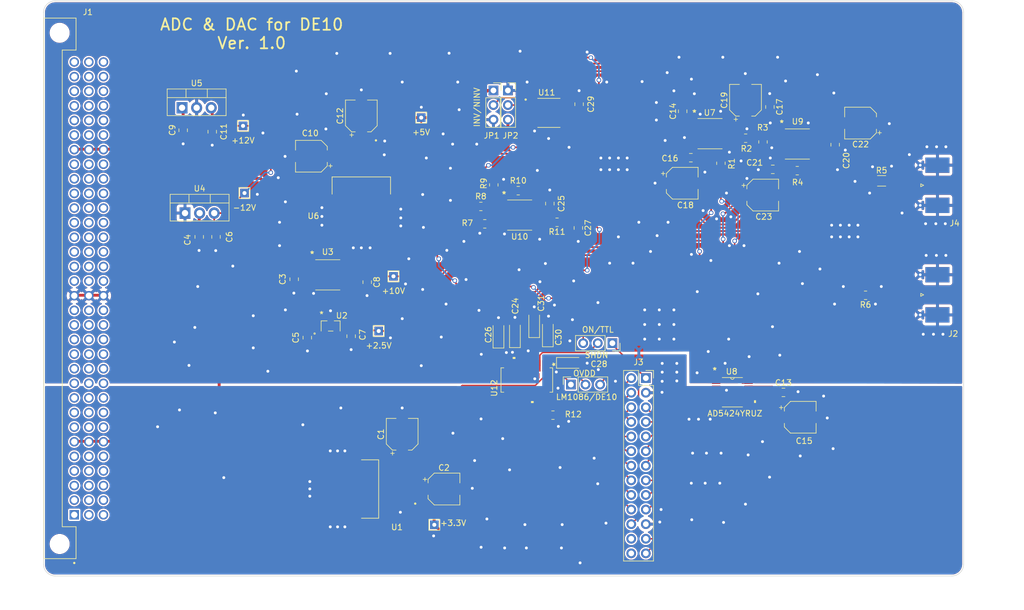
<source format=kicad_pcb>
(kicad_pcb (version 20221018) (generator pcbnew)
  (layers (0 "F.Cu" signal) (31 "B.Cu" signal) (34 "B.Paste" user) (35 "F.Paste" user) (36 "B.SilkS" user "B.Silkscreen") (37 "F.SilkS" user "F.Silkscreen") (38 "B.Mask" user) (39 "F.Mask" user) (44 "Edge.Cuts" user))
  (net 0 "")
  (net 1 "+15VIN")
  (net 2 "GNDD")
  (net 3 "-15VIN")
  (net 4 "VS-")
  (net 5 "DAC-VREF")
  (net 6 "VS+")
  (net 7 "DAC-V-")
  (net 8 "ADC-AIN+")
  (net 9 "ADC-VREF")
  (net 95 "ADC-IN")
  (net 96 "DAC-RW")
  (net 97 "DAC-CS")
  (net 98 "DAC-D0")
  (net 99 "DAC-D1")
  (net 100 "DAC-D2")
  (net 101 "DAC-D3")
  (net 102 "DAC-D4")
  (net 103 "DAC-D5")
  (net 104 "DAC-D6")
  (net 105 "DAC-D7")
  (net 106 "ADC-D7")
  (net 107 "ADC-D6")
  (net 108 "ADC-D5")
  (net 109 "ADC-D4")
  (net 110 "ADC-D3")
  (net 111 "ADC-D2")
  (net 112 "ADC-D1")
  (net 113 "ADC-D0")
  (net 114 "ADC-CLK")
  (net 115 "DAC-OUT")
  (net 116 "OPAMP-REF")
  (net 117 "DAC-VRFB")
  (net 118 "Net-(R2-Pad2)")
  (net 119 "+3.3V")
  (net 136 "GNDA")
  (net 137 "Net-(R4-Pad2)")
  (net 138 "ADC-VBIAS")
  (net 139 "Net-(R10-Pad2)")
  (net 140 "Net-(C14-Pad2)")
  (net 143 "Net-(R6-Pad2)")
  (net 144 "Net-(R10-Pad1)")
  (net 145 "Net-(R12-Pad2)")
  (net 146 "ADC-AVDD")
  (net 147 "ADC-OVDD")
  (net 148 "3.3V-FPGA")
  (net 149 "ADC-SHDN-CTRL")
  (net 151 "Net-(JP2-Pad2)")
  (net 152 "ADC-SHDN")
  (net 153 "ADC-OF{slash}UF")
  (footprint "Capacitor_SMD:C_0805_2012Metric" (layer "F.Cu") (at 162.66 50.01 90)
    (fp_text reference "C20")
    (fp_text value "0.1u")
  )
  (footprint "Resistor_SMD:R_0805_2012Metric" (layer "F.Cu") (at 101.05 60.75 180)
    (fp_text reference "R8")
    (fp_text value "400R")
  )
  (footprint "Library_Victor:OPA1611-SOIC127P599X175-8N" (layer "F.Cu") (at 112.88 44.47)
    (fp_text reference "U11")
    (fp_text value "OPA1611AIDR")
  )
  (footprint "Capacitor_SMD:C_0805_2012Metric" (layer "F.Cu") (at 113.05 60.25 -90)
    (fp_text reference "C25")
    (fp_text value "0.1u")
  )
  (footprint "TestPoint:TestPoint_THTPad_1.5x1.5mm_Drill0.7mm" (layer "F.Cu") (at 85.852 72.898 180)
    (fp_text reference "+10V")
    (fp_text value "TestPoint")
  )
  (footprint "TestPoint:TestPoint_THTPad_1.5x1.5mm_Drill0.7mm" (layer "F.Cu") (at 59.69 46.736 180)
    (fp_text reference "+12V")
    (fp_text value "TestPoint")
  )
  (footprint "Resistor_SMD:R_0805_2012Metric" (layer "F.Cu") (at 142.7988 53.2384 90)
    (fp_text reference "R1")
    (fp_text value "0R")
  )
  (footprint "Library_Victor:AD5424YRUZ" (layer "F.Cu") (at 144.79 93.0625)
    (fp_text reference "U8")
    (fp_text value "AD5424YRUZ")
  )
  (footprint "Capacitor_Tantalum_SMD:CP_EIA-3216-10_Kemet-I" (layer "F.Cu") (at 112.695 82.84 90)
    (fp_text reference "C30")
    (fp_text value "10u")
  )
  (footprint "Capacitor_SMD:C_0805_2012Metric" (layer "F.Cu") (at 52.07 66.04 -90)
    (fp_text reference "C4")
    (fp_text value "0.1u")
  )
  (footprint "Capacitor_SMD:C_0805_2012Metric" (layer "F.Cu") (at 136.144 44.196 90)
    (fp_text reference "C14")
    (fp_text value "4.7p")
  )
  (footprint "Package_TO_SOT_THT:TO-220-3_Vertical" (layer "F.Cu") (at 49.6 61.905)
    (fp_text reference "U4")
    (fp_text value "LM7912_TO220")
  )
  (footprint "Capacitor_SMD:C_0805_2012Metric" (layer "F.Cu") (at 54.991 66.04 -90)
    (fp_text reference "C6")
    (fp_text value "0.1u")
  )
  (footprint "Resistor_SMD:R_0805_2012Metric" (layer "F.Cu") (at 103.3 57 90)
    (fp_text reference "R9")
    (fp_text value "1k")
  )
  (footprint "Resistor_SMD:R_0805_2012Metric" (layer "F.Cu") (at 147.1 48.88)
    (fp_text reference "R2")
    (fp_text value "10k")
  )
  (footprint "TestPoint:TestPoint_THTPad_1.5x1.5mm_Drill0.7mm" (layer "F.Cu") (at 83.285 82.41)
    (fp_text reference "+2.5V")
    (fp_text value "TestPoint")
  )
  (footprint "Capacitor_SMD:C_0805_2012Metric" (layer "F.Cu") (at 78.486 83.312 90)
    (fp_text reference "C7")
    (fp_text value "0.1u")
  )
  (footprint "Capacitor_SMD:C_0805_2012Metric" (layer "F.Cu") (at 54.334 47.752 90)
    (fp_text reference "C11")
    (fp_text value "0.1u")
  )
  (footprint "Capacitor_Tantalum_SMD:CP_EIA-3216-10_Kemet-I" (layer "F.Cu") (at 116.515 87.95)
    (fp_text reference "C28")
    (fp_text value "10u")
  )
  (footprint "Connector_PinSocket_2.54mm:PinSocket_1x03_P2.54mm_Vertical" (layer "F.Cu") (at 123.925 84.525 -90)
    (fp_text reference "SHDN")
    (fp_text value "Jumper_3_Bridged12")
  )
  (footprint "Library:41612-96-C" (layer "F.Cu") (at 27.8 75 -90)
    (fp_text reference "J1")
    (fp_text value "09031967921")
  )
  (footprint "Capacitor_SMD:CP_Elec_5x5.3" (layer "F.Cu") (at 136.07 56.71)
    (fp_text reference "C18")
    (fp_text value "10u")
  )
  (footprint "Resistor_SMD:R_0805_2012Metric" (layer "F.Cu") (at 101.727 63.7794 180)
    (fp_text reference "R7")
    (fp_text value "DNF")
  )
  (footprint "Capacitor_SMD:C_0805_2012Metric" (layer "F.Cu") (at 70.866 83.566 90)
    (fp_text reference "C5")
    (fp_text value "0.1u")
  )
  (footprint "Capacitor_SMD:C_0805_2012Metric" (layer "F.Cu") (at 68.58 73.406 -90)
    (fp_text reference "C3")
    (fp_text value "0.1u")
  )
  (footprint "Capacitor_SMD:CP_Elec_5x5.3" (layer "F.Cu") (at 156.591 97.409)
    (fp_text reference "C15")
    (fp_text value "10u")
  )
  (footprint "Capacitor_SMD:CP_Elec_5x5.3" (layer "F.Cu") (at 71.58 52.01 180)
    (fp_text reference "C10")
    (fp_text value "10u")
  )
  (footprint "Connector_PinSocket_2.54mm:PinSocket_1x03_P2.54mm_Vertical" (layer "F.Cu") (at 105.75 40.575)
    (fp_text reference "JP2")
    (fp_text value "Jumper_3_Bridged12")
  )
  (footprint "TestPoint:TestPoint_THTPad_1.5x1.5mm_Drill0.7mm" (layer "F.Cu") (at 90.678 45.306 180)
    (fp_text reference "+5V")
    (fp_text value "TestPoint")
  )
  (footprint "Library_Victor:LM1086-IS-5-TO254P1524X483-4N" (layer "F.Cu") (at 80.635 109.89 180)
    (fp_text reference "U1")
    (fp_text value "LM1086IS-3.3")
  )
  (footprint "Connector_PinSocket_2.54mm:PinSocket_2x13_P2.54mm_Vertical" (layer "F.Cu") (at 129.74 90.6)
    (fp_text reference "J3")
    (fp_text value "Conn_02x13_Odd_Even")
  )
  (footprint "Library_Victor:LM1086-IS-5-TO254P1524X483-4N" (layer "F.Cu") (at 80.264 58.258 -90)
    (fp_text reference "U6")
    (fp_text value "LM1086IS-5.0")
  )
  (footprint "Capacitor_SMD:C_0805_2012Metric" (layer "F.Cu") (at 118.13 42.97 90)
    (fp_text reference "C29")
    (fp_text value "0.1u")
  )
  (footprint "Capacitor_SMD:CP_Elec_5x5.3" (layer "F.Cu") (at 167.08 46.25 180)
    (fp_text reference "C22")
    (fp_text value "10u")
  )
  (footprint "Library_Victor:LT1236ACS8-10-PBF" (layer "F.Cu") (at 74.422 72.644)
    (fp_text reference "U3")
    (fp_text value "LT1236ACS8-10#PBF")
  )
  (footprint "Resistor_SMD:R_0805_2012Metric" (layer "F.Cu") (at 156.07 54.52)
    (fp_text reference "R4")
    (fp_text value "20k")
  )
  (footprint "Resistor_SMD:R_0805_2012Metric" (layer "F.Cu") (at 114.3 63.5 180)
    (fp_text reference "R11")
    (fp_text value "75R")
  )
  (footprint "Capacitor_Tantalum_SMD:CP_EIA-3216-10_Kemet-I" (layer "F.Cu") (at 106.97 82.99 90)
    (fp_text reference "C24")
    (fp_text value "10u")
  )
  (footprint "Library_Victor:AD8065ARZ" (layer "F.Cu") (at 156.09 49.89)
    (fp_text reference "U9")
    (fp_text value "AD8065ARZ")
  )
  (footprint "Library_Victor:LTC1406CGN-PBF" (layer "F.Cu") (at 109.045 90.93 -90)
    (fp_text reference "U12")
    (fp_text value "LTC1406CGN")
  )
  (footprint "Capacitor_Tantalum_SMD:CP_EIA-3216-10_Kemet-I" (layer "F.Cu") (at 104.11 83.06 90)
    (fp_text reference "C26")
    (fp_text value "10u")
  )
  (footprint "Resistor_SMD:R_0805_2012Metric" (layer "F.Cu") (at 107.55 58 180)
    (fp_text reference "R10")
    (fp_text value "2k")
  )
  (footprint "Capacitor_SMD:C_0805_2012Metric" (layer "F.Cu") (at 118.0084 64.4906 -90)
    (fp_text reference "C27")
    (fp_text value "220p")
  )
  (footprint "Connector_Coaxial:SMA_Molex_73251-2120_EdgeMount_Horizontal" (layer "F.Cu") (at 180.448 76.116)
    (fp_text reference "J2")
    (fp_text value "Conn_Coaxial")
  )
  (footprint "Library_Victor:LT1460KCS3-2.5-TRMPBF" (layer "F.Cu") (at 74.93 81.534)
    (fp_text reference "U2")
    (fp_text value "LT1460KCS3-2.5-TRMPBF")
  )
  (footprint "Capacitor_Tantalum_SMD:CP_EIA-3216-10_Kemet-I" (layer "F.Cu") (at 110.325 81.24 90)
    (fp_text reference "C31")
    (fp_text value "10u")
  )
  (footprint "Capacitor_SMD:C_0805_2012Metric" (layer "F.Cu") (at 81.28 73.914 -90)
    (fp_text reference "C8")
    (fp_text value "0.1u")
  )
  (footprint "Connector_Coaxial:SMA_Molex_73251-2120_EdgeMount_Horizontal" (layer "F.Cu") (at 180.448 57.066)
    (fp_text reference "J4")
    (fp_text value "Conn_Coaxial")
  )
  (footprint "Capacitor_SMD:C_0805_2012Metric" (layer "F.Cu") (at 151.82 54.3)
    (fp_text reference "C21")
    (fp_text value "0.1u")
  )
  (footprint "Capacitor_SMD:CP_Elec_5x5.3" (layer "F.Cu") (at 150.07 58.77)
    (fp_text reference "C23")
    (fp_text value "10u")
  )
  (footprint "Capacitor_SMD:C_0805_2012Metric" (layer "F.Cu") (at 151.32 43.45 -90)
    (fp_text reference "C17")
    (fp_text value "0.1u")
  )
  (footprint "Capacitor_SMD:CP_Elec_5x5.3" (layer "F.Cu") (at 147.07 42.28 90)
    (fp_text reference "C19")
    (fp_text value "10u")
  )
  (footprint "Resistor_SMD:R_1206_3216Metric" (layer "F.Cu") (at 170.743 56.304)
    (fp_text reference "R5")
    (fp_text value "51R")
  )
  (footprint "Capacitor_SMD:C_0805_2012Metric" (layer "F.Cu") (at 137.57 52.27)
    (fp_text reference "C16")
    (fp_text value "0.1u")
  )
  (footprint "Capacitor_SMD:CP_Elec_5x5.3" (layer "F.Cu") (at 80.264 45.008 90)
    (fp_text reference "C12")
    (fp_text value "10u")
  )
  (footprint "Capacitor_SMD:C_0805_2012Metric" (layer "F.Cu") (at 153.67 93.091)
    (fp_text reference "C13")
    (fp_text value "0.1u")
  )
  (footprint "Capacitor_SMD:CP_Elec_5x5.3" (layer "F.Cu") (at 87.366 100.365 90)
    (fp_text reference "C1")
    (fp_text value "10u")
  )
  (footprint "TestPoint:TestPoint_THTPad_1.5x1.5mm_Drill0.7mm" (layer "F.Cu") (at 59.944 58.42 180)
    (fp_text reference "-12V")
    (fp_text value "TestPoint")
  )
  (footprint "Library_Victor:LT1363CS8-TRPBF" (layer "F.Cu") (at 107.8 62.25)
    (fp_text reference "U10")
    (fp_text value "LT1363")
  )
  (footprint "Connector_PinSocket_2.54mm:PinSocket_1x03_P2.54mm_Vertical" (layer "F.Cu") (at 116.705 91.72 90)
    (fp_text reference "OVDD")
    (fp_text value "Jumper_3_Bridged12")
  )
  (footprint "Capacitor_SMD:C_0805_2012Metric" (layer "F.Cu") (at 49.276 47.498 90)
    (fp_text reference "C9")
    (fp_text value "0.1u")
  )
  (footprint "TestPoint:TestPoint_THTPad_1.5x1.5mm_Drill0.7mm" (layer "F.Cu") (at 92.955 116.11 90)
    (fp_text reference "+3.3V")
    (fp_text value "TestPoint")
  )
  (footprint "Resistor_SMD:R_0805_2012Metric" (layer "F.Cu") (at 113.585 97.04 180)
    (fp_text reference "R12")
    (fp_text value "DNF")
  )
  (footprint "Library_Victor:AD8065ARZ" (layer "F.Cu") (at 140.9 48.09)
    (fp_text reference "U7")
    (fp_text value "AD8065ARZ")
  )
  (footprint "Capacitor_SMD:CP_Elec_5x5.3" (layer "F.Cu") (at 94.635 109.89)
    (fp_text reference "C2")
    (fp_text value "10u")
  )
  (footprint "Resistor_SMD:R_0805_2012Metric" (layer "F.Cu") (at 150.114 49.53 90)
    (fp_text reference "R3")
    (fp_text value "20k")
  )
  (footprint "Resistor_SMD:R_0805_2012Metric" (layer "F.Cu") (at 167.949 76.2 180)
    (fp_text reference "R6")
    (fp_text value "0R")
  )
  (footprint "Package_TO_SOT_THT:TO-220-3_Vertical" (layer "F.Cu") (at 49.084 43.587)
    (fp_text reference "U5")
    (fp_text value "LM7812_TO220")
  )
  (footprint "Connector_PinSocket_2.54mm:PinSocket_1x03_P2.54mm_Vertical" (layer "F.Cu") (at 103.235 40.575)
    (fp_text reference "JP1")
    (fp_text value "Jumper_3_Bridged12")
  )
  (footprint "NetTie:NetTie-2_SMD_Pad0.5mm" (layer "B.Cu") (at 128.524 86.233 -90)
    (fp_text reference "NT1")
    (fp_text value "NetTie_2")
  )
  (gr_line (start 183 25) (end 27 25) (stroke (width 0.1)) (layer "Edge.Cuts"))
  (gr_arc (start 25 27) (mid 25.592925 25.592925) (end 27 25) (stroke (width 0.1)) (layer "Edge.Cuts"))
  (gr_arc (start 183 25) (mid 184.407075 25.592925) (end 185 27) (stroke (width 0.1)) (layer "Edge.Cuts"))
  (gr_line (start 183 125) (end 27 125) (stroke (width 0.1)) (layer "Edge.Cuts"))
  (gr_line (start 25 27) (end 25 123) (stroke (width 0.1)) (layer "Edge.Cuts"))
  (gr_line (start 185 27) (end 185 123) (stroke (width 0.1)) (layer "Edge.Cuts"))
  (gr_arc (start 185 123) (mid 184.407075 124.407075) (end 183 125) (stroke (width 0.1)) (layer "Edge.Cuts"))
  (gr_arc (start 27 125) (mid 25.592925 124.407075) (end 25 123) (stroke (width 0.1)) (layer "Edge.Cuts"))
  (gr_text "ON/TTL" (at 121.4 82.175) (layer "F.SilkS") (effects (font (size 1 1))))
  (gr_text "INV/NINV" (at 100.375 43.5 90) (layer "F.SilkS") (effects (font (size 1 1))))
  (gr_text "LM1086/DE10" (at 119.435 93.896) (layer "F.SilkS") (effects (font (size 1 1))))
  (gr_text "ADC & DAC for DE10\nVer. 1.0" (at 61.2 30.725) (layer "F.SilkS") (effects (font (size 2 2) (thickness 0.3))))
  (segment (start 64.25 71.675) (end 64.262 71.663) (width 0.5) (layer "F.Cu") (net 1))
  (segment (start 69.036 72) (end 71.9492 72) (width 0.3) (layer "F.Cu") (net 1))
  (segment (start 64.879 57.404) (end 70.7136 57.404) (width 0.5) (layer "F.Cu") (net 1))
  (segment (start 64.764 73.114) (end 64.764 73.164) (width 0.5) (layer "F.Cu") (net 1))
  (segment (start 71.9492 72) (end 71.9582 72.009) (width 0.3) (layer "F.Cu") (net 1))
  (segment (start 64.262 71.663) (end 64.262 57.863) (width 0.5) (layer "F.Cu") (net 1))
  (segment (start 50.866 46.548) (end 52.07 47.752) (width 0.5) (layer "F.Cu") (net 1))
  (segment (start 58.166 77.216) (end 55.54 79.842) (width 0.5) (layer "F.Cu") (net 1))
  (segment (start 61.5 77.225) (end 61.491 77.216) (width 0.3) (layer "F.Cu") (net 1))
  (segment (start 77.724 51.858) (end 73.932 51.858) (width 0.5) (layer "F.Cu") (net 1))
  (segment (start 64.25 72.6) (end 64.25 71.625) (width 0.5) (layer "F.Cu") (net 1))
  (segment (start 85.207 100.492) (end 87.28 102.565) (width 0.5) (layer "F.Cu") (net 1))
  (segment (start 60.6695 76.7445) (end 64.25 73.164) (width 0.5) (layer "F.Cu") (net 1))
  (segment (start 64.764 73.164) (end 64.25 73.164) (width 0.5) (layer "F.Cu") (net 1))
  (segment (start 55.54 93.565) (end 55.54 94.021) (width 0.5) (layer "F.Cu") (net 1))
  (segment (start 73.932 51.858) (end 73.78 52.01) (width 0.5) (layer "F.Cu") (net 1))
  (segment (start 55.54 79.842) (end 55.54 89.748) (width 0.5) (layer "F.Cu") (net 1))
  (segment (start 70.9066 82.5754) (end 70.866 82.616) (width 0.3) (layer "F.Cu") (net 1))
  (segment (start 87.035 107.35) (end 87.366 107.019) (width 0.5) (layer "F.Cu") (net 1))
  (segment (start 55.54 93.585) (end 55.54 93.565) (width 0.3) (layer "F.Cu") (net 1))
  (segment (start 68.58 72.456) (end 67.872 73.164) (width 0.5) (layer "F.Cu") (net 1))
  (segment (start 49.276 46.548) (end 49.276 43.779) (width 0.5) (layer "F.Cu") (net 1))
  (segment (start 55.075 94.05) (end 55.575 94.05) (width 0.5) (layer "F.Cu") (net 1))
  (segment (start 64.262 57.863) (end 64.721 57.404) (width 0.5) (layer "F.Cu") (net 1))
  (segment (start 55.54 94.021) (end 62.009 100.49) (width 0.5) (layer "F.Cu") (net 1))
  (segment (start 68.3159 77.216) (end 70.866 79.7661) (width 0.5) (layer "F.Cu") (net 1))
  (segment (start 55.54 91.44) (end 55.54 93.565) (width 0.5) (layer "F.Cu") (net 1))
  (segment (start 39.38 101.59) (end 46.92 94.05) (width 0.5) (layer "F.Cu") (net 1))
  (segment (start 61.034 77.216) (end 68.3159 77.216) (width 0.5) (layer "F.Cu") (net 1))
  (segment (start 46.92 94.05) (end 55.075 94.05) (width 0.5) (layer "F.Cu") (net 1))
  (segment (start 64.721 57.404) (end 64.879 57.404) (width 0.3) (layer "F.Cu") (net 1))
  (segment (start 60.198 77.216) (end 61.034 77.216) (width 0.5) (layer "F.Cu") (net 1))
  (segment (start 70.7136 57.404) (end 73.78 54.3376) (width 0.5) (layer "F.Cu") (net 1))
  (segment (start 68.514 72.39) (end 68.58 72.456) (width 0.5) (layer "F.Cu") (net 1))
  (segment (start 87.366 107.019) (end 87.366 102.565) (width 0.5) (layer "F.Cu") (net 1))
  (segment (start 52.07 52.832) (end 55.118 55.88) (width 0.5) (layer "F.Cu") (net 1))
  (segment (start 55.075 94.05) (end 55.54 93.585) (width 0.5) (layer "F.Cu") (net 1))
  (segment (start 68.58 72.456) (end 69.036 72) (width 0.3) (layer "F.Cu") (net 1))
  (segment (start 49.276 46.548) (end 50.866 46.548) (width 0.5) (layer "F.Cu") (net 1))
  (segment (start 62.009 100.49) (end 85.205 100.49) (width 0.5) (layer "F.Cu") (net 1))
  (segment (start 52.07 47.752) (end 52.07 52.832) (width 0.5) (layer "F.Cu") (net 1))
  (segment (start 60.6695 76.7445) (end 61.15 77.225) (width 0.5) (layer "F.Cu") (net 1))
  (segment (start 55.54 90.51) (end 55.54 91.018) (width 0.5) (layer "F.Cu") (net 1))
  (segment (start 55.54 91.018) (end 55.54 91.526) (width 0.5) (layer "F.Cu") (net 1))
  (segment (start 67.872 73.164) (end 64.764 73.164) (width 0.5) (layer "F.Cu") (net 1))
  (segment (start 73.9013 82.5754) (end 70.9066 82.5754) (width 0.3) (layer "F.Cu") (net 1))
  (segment (start 64.25 72.6) (end 64.764 73.114) (width 0.5) (layer "F.Cu") (net 1))
  (segment (start 87.28 102.565) (end 87.366 102.565) (width 0.5) (layer "F.Cu") (net 1))
  (segment (start 60.198 77.216) (end 58.166 77.216) (width 0.5) (layer "F.Cu") (net 1))
  (segment (start 70.866 79.7661) (end 70.866 82.616) (width 0.5) (layer "F.Cu") (net 1))
  (segment (start 73.78 54.3376) (end 73.78 52.01) (width 0.5) (layer "F.Cu") (net 1))
  (segment (start 55.54 91.272) (end 55.54 91.526) (width 0.5) (layer "F.Cu") (net 1))
  (segment (start 60.6695 76.7445) (end 60.198 77.216) (width 0.5) (layer "F.Cu") (net 1))
  (segment (start 49.276 43.779) (end 49.084 43.587) (width 0.5) (layer "F.Cu") (net 1))
  (segment (start 64.25 73.164) (end 64.25 72.6) (width 0.5) (layer "F.Cu") (net 1))
  (segment (start 55.54 89.748) (end 55.54 90.51) (width 0.5) (layer "F.Cu") (net 1))
  (segment (start 64.504 57.404) (end 64.879 57.404) (width 0.5) (layer "F.Cu") (net 1))
  (segment (start 55.118 55.88) (end 62.738 55.88) (width 0.5) (layer "F.Cu") (net 1))
  (segment (start 64.262 57.404) (end 64.504 57.404) (width 0.5) (layer "F.Cu") (net 1))
  (segment (start 30.38 101.59) (end 39.38 101.59) (width 0.5) (layer "F.Cu") (net 1))
  (segment (start 64.262 57.404) (end 64.262 57.863) (width 0.5) (layer "F.Cu") (net 1))
  (segment (start 62.738 55.88) (end 64.262 57.404) (width 0.5) (layer "F.Cu") (net 1))
  (via (at 115.189 116.078) (size 0.8) (drill 0.5) (layers "F.Cu" "B.Cu") (net 2))
  (via (at 119.535 88) (size 0.8) (drill 0.5) (layers "F.Cu" "B.Cu") (net 2))
  (via (at 101.082 97.698) (size 0.8) (drill 0.5) (layers "F.Cu" "B.Cu") (net 2))
  (via (at 74.8596 103.2606) (size 0.8) (drill 0.5) (layers "F.Cu" "B.Cu") (net 2))
  (via (at 96.195 100.18) (size 0.8) (drill 0.5) (layers "F.Cu" "B.Cu") (net 2))
  (via (at 122.809 115.824) (size 0.8) (drill 0.5) (layers "F.Cu" "B.Cu") (net 2))
  (via (at 160.655 93.726) (size 0.8) (drill 0.5) (layers "F.Cu" "B.Cu") (net 2))
  (via (at 76.698 95.793) (size 0.8) (drill 0.5) (layers "F.Cu" "B.Cu") (net 2))
  (via (at 76.1296 116.4686) (size 0.8) (drill 0.5) (layers "F.Cu" "B.Cu") (net 2))
  (via (at 132.555 93.07) (size 0.8) (drill 0.5) (layers "F.Cu" "B.Cu") (net 2))
  (via (at 56.345 107.91) (size 0.8) (drill 0.5) (layers "F.Cu" "B.Cu") (net 2))
  (via (at 114.825 106.15) (size 0.8) (drill 0.5) (layers "F.Cu" "B.Cu") (net 2))
  (via (at 102.098 115.097) (size 0.8) (drill 0.5) (layers "F.Cu" "B.Cu") (net 2))
  (via (at 99.965 104.94) (size 0.8) (drill 0.5) (layers "F.Cu" "B.Cu") (net 2))
  (via (at 132.575 91.16) (size 0.8) (drill 0.5) (layers "F.Cu" "B.Cu") (net 2))
  (via (at 150.025 101.65) (size 0.8) (drill 0.5) (layers "F.Cu" "B.Cu") (net 2))
  (via (at 101.092 120.015) (size 0.8) (drill 0.5) (layers "F.Cu" "B.Cu") (net 2))
  (via (at 77.3996 116.4686) (size 0.8) (drill 0.5) (layers "F.Cu" "B.Cu") (net 2))
  (via (at 114.525 99) (size 0.8) (drill 0.5) (layers "F.Cu" "B.Cu") (net 2))
  (via (at 76.1296 103.2606) (size 0.8) (drill 0.5) (layers "F.Cu" "B.Cu") (net 2))
  (via (at 114.465 92.35) (size 0.8) (drill 0.5) (layers "F.Cu" "B.Cu") (net 2))
  (via (at 118.305 122.73) (size 0.8) (drill 0.5) (layers "F.Cu" "B.Cu") (net 2))
  (via (at 151.257 107.823) (size 0.8) (drill 0.5) (layers "F.Cu" "B.Cu") (net 2))
  (via (at 147.066 112.522) (size 0.8) (drill 0.5) (layers "F.Cu" "B.Cu") (net 2))
  (via (at 48.641 96.139) (size 0.8) (drill 0.5) (layers "F.Cu" "B.Cu") (net 2))
  (via (at 106.045 106.553) (size 0.8) (drill 0.5) (layers "F.Cu" "B.Cu") (net 2))
  (via (at 137.647 108.875) (size 0.8) (drill 0.5) (layers "F.Cu" "B.Cu") (net 2))
  (via (at 87.366 95.793) (size 0.8) (drill 0.5) (layers "F.Cu" "B.Cu") (net 2))
  (via (at 162.306 102.87) (size 0.8) (drill 0.5) (layers "F.Cu" "B.Cu") (net 2))
  (via (at 147.535 103.96) (size 0.8) (drill 0.5) (layers "F.Cu" "B.Cu") (net 2))
  (via (at 99.558 109.763) (size 0.8) (drill 0.5) (layers "F.Cu" "B.Cu") (net 2))
  (via (at 138.901 97.75) (size 0.8) (drill 0.5) (layers "F.Cu" "B.Cu") (net 2))
  (via (at 44.831 99.06) (size 0.8) (drill 0.5) (layers "F.Cu" "B.Cu") (net 2))
  (via (at 132.585 88.042) (size 0.8) (drill 0.5) (layers "F.Cu" "B.Cu") (net 2))
  (via (at 132.585 89.566) (size 0.8) (drill 0.5) (layers "F.Cu" "B.Cu") (net 2))
  (via (at 87.0516 113.9286) (size 0.8) (drill 0.5) (layers "F.Cu" "B.Cu") (net 2))
  (via (at 132.165 115.63) (size 0.8) (drill 0.5) (layers "F.Cu" "B.Cu") (net 2))
  (via (at 140.285 103.65) (size 0.8) (drill 0.5) (layers "F.Cu" "B.Cu") (net 2))
  (via (at 120.75 104.525) (size 0.8) (drill 0.5) (layers "F.Cu" "B.Cu") (net 2))
  (via (at 137.872 103.65) (size 0.8) (drill 0.5) (layers "F.Cu" "B.Cu") (net 2))
  (via (at 135.125 89.566) (size 0.8) (drill 0.5) (layers "F.Cu" "B.Cu") (net 2))
  (via (at 108.712 116.078) (size 0.8) (drill 0.5) (layers "F.Cu" "B.Cu") (net 2))
  (via (at 71.3036 111.1346) (size 0.8) (drill 0.5) (layers "F.Cu" "B.Cu") (net 2))
  (via (at 115.062 120.142) (size 0.8) (drill 0.5) (layers "F.Cu" "B.Cu") (net 2))
  (via (at 121.375 108.975) (size 0.8) (drill 0.5) (layers "F.Cu" "B.Cu") (net 2))
  (via (at 135.125 88.042) (size 0.8) (drill 0.5) (layers "F.Cu" "B.Cu") (net 2))
  (via (at 137.25 97.75) (size 0.8) (drill 0.5) (layers "F.Cu" "B.Cu") (net 2))
  (via (at 71.3036 109.8646) (size 0.8) (drill 0.5) (layers "F.Cu" "B.Cu") (net 2))
  (via (at 70.094 98.714) (size 0.8) (drill 0.5) (layers "F.Cu" "B.Cu") (net 2))
  (via (at 135.125 91.09) (size 0.8) (drill 0.5) (layers "F.Cu" "B.Cu") (net 2))
  (via (at 161.29 97.536) (size 0.8) (drill 0.5) (layers "F.Cu" "B.Cu") (net 2))
  (via (at 105.185 120.14) (size 0.8) (drill 0.5) (layers "F.Cu" "B.Cu") (net 2))
  (via (at 156.21 92.964) (size 0.8) (drill 0.5) (layers "F.Cu" "B.Cu") (net 2))
  (via (at 108.966 120.142) (size 0.8) (drill 0.5) (layers "F.Cu" "B.Cu") (net 2))
  (via (at 54.864 96.647) (size 0.8) (drill 0.5) (layers "F.Cu" "B.Cu") (net 2))
  (via (at 156.591 104.14) (size 0.8) (drill 0.5) (layers "F.Cu" "B.Cu") (net 2))
  (via (at 142.6 108.875) (size 0.8) (drill 0.5) (layers "F.Cu" "B.Cu") (net 2))
  (via (at 116.325 98.125) (size 0.8) (drill 0.5) (layers "F.Cu" "B.Cu") (net 2))
  (via (at 71.3036 108.5946) (size 0.8) (drill 0.5) (layers "F.Cu" "B.Cu") (net 2))
  (via (at 77.3996 103.2606) (size 0.8) (drill 0.5) (layers "F.Cu" "B.Cu") (net 2))
  (via (at 92.835 118.04) (size 0.8) (drill 0.5) (layers "F.Cu" "B.Cu") (net 2))
  (via (at 114.173 89.535) (size 0.8) (drill 0.5) (layers "F.Cu" "B.Cu") (net 2))
  (via (at 124.455 91.14) (size 0.8) (drill 0.5) (layers "F.Cu" "B.Cu") (net 2))
  (via (at 143.764 92.71) (size 0.8) (drill 0.5) (layers "F.Cu" "B.Cu") (net 2))
  (via (at 74.8596 116.4686) (size 0.8) (drill 0.5) (layers "F.Cu" "B.Cu") (net 2))
  (via (at 104.85 101.125) (size 0.8) (drill 0.5) (layers "F.Cu" "B.Cu") (net 2))
  (via (at 140.933 97.75) (size 0.8) (drill 0.5) (layers "F.Cu" "B.Cu") (net 2))
  (via (at 137.723 115.232) (size 0.8) (drill 0.5) (layers "F.Cu" "B.Cu") (net 2))
  (via (at 140.06 108.875) (size 0.8) (drill 0.5) (layers "F.Cu" "B.Cu") (net 2))
  (via (at 121.475 89.12) (size 0.8) (drill 0.5) (layers "F.Cu" "B.Cu") (net 2))
  (via (at 132.389 113.454) (size 0.8) (drill 0.5) (layers "F.Cu" "B.Cu") (net 2))
  (via (at 143.256 115.697) (size 0.8) (drill 0.5) (layers "F.Cu" "B.Cu") (net 2))
  (via (at 142.825 103.65) (size 0.8) (drill 0.5) (layers "F.Cu" "B.Cu") (net 2))
  (segment (start 40.894 60.96) (end 40.894 53.34) (width 0.5) (layer "F.Cu") (net 3))
  (segment (start 52.07 61.975) (end 52.14 61.905) (width 0.5) (layer "F.Cu") (net 3))
  (segment (start 52.07 65.09) (end 52.07 61.975) (width 0.5) (layer "F.Cu") (net 3))
  (segment (start 45.024 65.09) (end 40.894 60.96) (width 0.5) (layer "F.Cu") (net 3))
  (segment (start 52.07 65.09) (end 45.024 65.09) (width 0.5) (layer "F.Cu") (net 3))
  (segment (start 40.894 53.34) (end 38.344 50.79) (width 0.5) (layer "F.Cu") (net 3))
  (segment (start 38.344 50.79) (end 30.38 50.79) (width 0.5) (layer "F.Cu") (net 3))
  (segment (start 138.27 53.8556) (end 138.6332 53.4924) (width 0.3) (layer "F.Cu") (net 4))
  (segment (start 152.27 58.77) (end 152.77 58.27) (width 0.3) (layer "F.Cu") (net 4))
  (segment (start 64.516 45.847) (end 73.138 37.225) (width 0.3) (layer "F.Cu") (net 4))
  (segment (start 152.77 53.478) (end 152.77 54.3) (width 0.3) (layer "F.Cu") (net 4))
  (segment (start 151.1554 62.3824) (end 152.27 61.2678) (width 0.3) (layer "F.Cu") (net 4))
  (segment (start 153.6262 52.6218) (end 152.77 53.478) (width 0.3) (layer "F.Cu") (net 4))
  (segment (start 138.27 56.71) (end 138.27 53.8556) (width 0.3) (layer "F.Cu") (net 4))
  (segment (start 138.6332 52.3832) (end 138.52 52.27) (width 0.3) (layer "F.Cu") (net 4))
  (segment (start 138.52 50.0788) (end 138.4362 49.995) (width 0.3) (layer "F.Cu") (net 4))
  (segment (start 55.118 65.09) (end 54.68 64.652) (width 0.3) (layer "F.Cu") (net 4))
  (segment (start 54.68 61.905) (end 56.459 61.905) (width 0.3) (layer "F.Cu") (net 4))
  (segment (start 153.6262 51.795) (end 153.6262 52.6218) (width 0.3) (layer "F.Cu") (net 4))
  (segment (start 73.138 37.225) (end 131.247 37.225) (width 0.3) (layer "F.Cu") (net 4))
  (segment (start 146.177 62.3824) (end 151.1554 62.3824) (width 0.3) (layer "F.Cu") (net 4))
  (segment (start 138.3962 50.035) (end 138.4362 49.995) (width 0.3) (layer "F.Cu") (net 4))
  (segment (start 138.27 61.9176) (end 140.2334 63.881) (width 0.3) (layer "F.Cu") (net 4))
  (segment (start 64.516 54.864) (end 64.516 45.847) (width 0.3) (layer "F.Cu") (net 4))
  (segment (start 152.27 61.2678) (end 152.27 58.77) (width 0.3) (layer "F.Cu") (net 4))
  (segment (start 133.0452 47.6758) (end 135.4044 50.035) (width 0.3) (layer "F.Cu") (net 4))
  (segment (start 133.0452 39.0232) (end 133.0452 47.6758) (width 0.3) (layer "F.Cu") (net 4))
  (segment (start 144.6784 63.881) (end 146.177 62.3824) (width 0.3) (layer "F.Cu") (net 4))
  (segment (start 140.2334 63.881) (end 144.6784 63.881) (width 0.3) (layer "F.Cu") (net 4))
  (segment (start 138.27 56.71) (end 138.27 61.9176) (width 0.3) (layer "F.Cu") (net 4))
  (segment (start 138.52 52.27) (end 138.52 50.0788) (width 0.3) (layer "F.Cu") (net 4))
  (segment (start 131.247 37.225) (end 133.0452 39.0232) (width 0.3) (layer "F.Cu") (net 4))
  (segment (start 135.4044 50.035) (end 138.3962 50.035) (width 0.3) (layer "F.Cu") (net 4))
  (segment (start 152.77 58.27) (end 152.77 54.3) (width 0.3) (layer "F.Cu") (net 4))
  (segment (start 138.6332 53.4924) (end 138.6332 52.3832) (width 0.3) (layer "F.Cu") (net 4))
  (segment (start 54.68 64.652) (end 54.68 61.905) (width 0.3) (layer "F.Cu") (net 4))
  (segment (start 56.459 61.905) (end 59.944 58.42) (width 0.3) (layer "F.Cu") (net 4))
  (via (at 64.516 54.864) (size 0.8) (drill 0.5) (layers "F.Cu" "B.Cu") (net 4))
  (segment (start 63.5 54.864) (end 59.944 58.42) (width 0.3) (layer "B.Cu") (net 4))
  (segment (start 64.516 54.864) (end 63.5 54.864) (width 0.3) (layer "B.Cu") (net 4))
  (segment (start 150.114 50.7085) (end 150.114 50.4425) (width 0.3) (layer "F.Cu") (net 5))
  (segment (start 85.852 72.898) (end 93.98 72.898) (width 0.3) (layer "F.Cu") (net 5))
  (segment (start 142.5705 68.5295) (end 142.9255 68.5295) (width 0.25) (layer "F.Cu") (net 5))
  (segment (start 103.886 69.215) (end 126.111 69.215) (width 0.3) (layer "F.Cu") (net 5))
  (segment (start 143.4338 62.0268) (end 144.907 60.5536) (width 0.3) (layer "F.Cu") (net 5))
  (segment (start 98.552 68.326) (end 102.997 68.326) (width 0.3) (layer "F.Cu") (net 5))
  (segment (start 142.9255 68.5295) (end 142.965 68.49) (width 0.25) (layer "F.Cu") (net 5))
  (segment (start 80.965 73.279) (end 81.28 72.964) (width 0.3) (layer "F.Cu") (net 5))
  (segment (start 145.9738 90.866301) (end 146.545001 91.437502) (width 0.3) (layer "F.Cu") (net 5))
  (segment (start 143.637 72.136) (end 143.637 81.407) (width 0.3) (layer "F.Cu") (net 5))
  (segment (start 142.5705 68.5295) (end 142.748 68.707) (width 0.3) (layer "F.Cu") (net 5))
  (segment (start 81.346 72.898) (end 85.852 72.898) (width 0.3) (layer "F.Cu") (net 5))
  (segment (start 142.748 68.707) (end 142.965 68.49) (width 0.3) (layer "F.Cu") (net 5))
  (segment (start 143.1798 68.2752) (end 143.1798 66.421) (width 0.3) (layer "F.Cu") (net 5))
  (segment (start 142.748 71.247) (end 143.637 72.136) (width 0.3) (layer "F.Cu") (net 5))
  (segment (start 143.637 81.407) (end 145.9738 83.7438) (width 0.3) (layer "F.Cu") (net 5))
  (segment (start 142.748 69.723) (end 142.748 71.247) (width 0.3) (layer "F.Cu") (net 5))
  (segment (start 142.965 68.49) (end 143.1798 68.2752) (width 0.3) (layer "F.Cu") (net 5))
  (segment (start 128.6256 66.7004) (end 140.7414 66.7004) (width 0.3) (layer "F.Cu") (net 5))
  (segment (start 140.7414 66.7004) (end 142.5705 68.5295) (width 0.3) (layer "F.Cu") (net 5))
  (segment (start 126.111 69.215) (end 128.6256 66.7004) (width 0.3) (layer "F.Cu") (net 5))
  (segment (start 144.907 55.9155) (end 150.114 50.7085) (width 0.3) (layer "F.Cu") (net 5))
  (segment (start 81.28 72.964) (end 81.346 72.898) (width 0.3) (layer "F.Cu") (net 5))
  (segment (start 93.98 72.898) (end 98.552 68.326) (width 0.3) (layer "F.Cu") (net 5))
  (segment (start 144.907 60.5536) (end 144.907 55.9155) (width 0.3) (layer "F.Cu") (net 5))
  (segment (start 146.545001 91.437502) (end 147.6094 91.437502) (width 0.3) (layer "F.Cu") (net 5))
  (segment (start 76.8858 73.279) (end 80.965 73.279) (width 0.3) (layer "F.Cu") (net 5))
  (segment (start 102.997 68.326) (end 103.886 69.215) (width 0.3) (layer "F.Cu") (net 5))
  (segment (start 145.9738 83.7438) (end 145.9738 90.866301) (width 0.3) (layer "F.Cu") (net 5))
  (segment (start 143.1544 62.0268) (end 143.4338 62.0268) (width 0.3) (layer "F.Cu") (net 5))
  (segment (start 142.748 69.6976) (end 142.748 68.707) (width 0.3) (layer "F.Cu") (net 5))
  (via (at 143.1798 66.421) (size 0.8) (drill 0.5) (layers "F.Cu" "B.Cu") (net 5))
  (via (at 143.1544 62.0268) (size 0.8) (drill 0.5) (layers "F.Cu" "B.Cu") (net 5))
  (segment (start 143.1544 66.3956) (end 143.1544 62.0268) (width 0.3) (layer "B.Cu") (net 5))
  (segment (start 143.1798 66.421) (end 143.1544 66.3956) (width 0.3) (layer "B.Cu") (net 5))
  (segment (start 114.325 35.9) (end 114.15 35.725) (width 0.3) (layer "F.Cu") (net 6))
  (segment (start 115.35 43.835) (end 118.045 43.835) (width 0.3) (layer "F.Cu") (net 6))
  (segment (start 54.334 46.802) (end 54.4 46.736) (width 0.5) (layer "F.Cu") (net 6))
  (segment (start 162.45 46.25) (end 164.88 46.25) (width 0.3) (layer "F.Cu") (net 6))
  (segment (start 54.334 46.802) (end 54.334 43.757) (width 0.5) (layer "F.Cu") (net 6))
  (segment (start 163.22 49.19) (end 162 49.19) (width 0.3) (layer "F.Cu") (net 6))
  (segment (start 140.375 36.7) (end 140.95 37.275) (width 0.3) (layer "F.Cu") (net 6))
  (segment (start 140.987 36.703) (end 156.143 36.703) (width 0.3) (layer "F.Cu") (net 6))
  (segment (start 61.764 46.736) (end 59.69 46.736) (width 0.3) (layer "F.Cu") (net 6))
  (segment (start 159.95 43.75) (end 162.45 46.25) (width 0.3) (layer "F.Cu") (net 6))
  (segment (start 151.32 44.4) (end 151.524 44.196) (width 0.3) (layer "F.Cu") (net 6))
  (segment (start 140.377 36.703) (end 139.574 35.9) (width 0.3) (layer "F.Cu") (net 6))
  (segment (start 121.575 41.725) (end 119.38 43.92) (width 0.3) (layer "F.Cu") (net 6))
  (segment (start 120.175 34.875) (end 120.15 34.85) (width 0.3) (layer "F.Cu") (net 6))
  (segment (start 145.62 44.48) (end 147.07 44.48) (width 0.3) (layer "F.Cu") (net 6))
  (segment (start 147.07 45.208) (end 147.07 44.48) (width 0.3) (layer "F.Cu") (net 6))
  (segment (start 120.15 34.85) (end 115.025 34.85) (width 0.3) (layer "F.Cu") (net 6))
  (segment (start 143.3638 47.455) (end 144.823 47.455) (width 0.3) (layer "F.Cu") (net 6))
  (segment (start 140.95 39.81) (end 145.62 44.48) (width 0.3) (layer "F.Cu") (net 6))
  (segment (start 140.95 37.275) (end 140.95 39.81) (width 0.3) (layer "F.Cu") (net 6))
  (segment (start 151.24 44.48) (end 151.32 44.4) (width 0.3) (layer "F.Cu") (net 6))
  (segment (start 161.935 49.255) (end 158.5538 49.255) (width 0.3) (layer "F.Cu") (net 6))
  (segment (start 139.574 35.9) (end 114.4 35.9) (width 0.3) (layer "F.Cu") (net 6))
  (segment (start 144.823 47.455) (end 147.07 45.208) (width 0.3) (layer "F.Cu") (net 6))
  (segment (start 162 49.19) (end 161.935 49.255) (width 0.3) (layer "F.Cu") (net 6))
  (segment (start 140.377 36.703) (end 140.987 36.703) (width 0.3) (layer "F.Cu") (net 6))
  (segment (start 164.88 46.58) (end 164.88 47.53) (width 0.3) (layer "F.Cu") (net 6))
  (segment (start 121.575 38.775) (end 121.575 41.725) (width 0.3) (layer "F.Cu") (net 6))
  (segment (start 115.025 34.85) (end 114.15 35.725) (width 0.3) (layer "F.Cu") (net 6))
  (segment (start 54.4 46.736) (end 59.69 46.736) (width 0.3) (layer "F.Cu") (net 6))
  (segment (start 140.375 36.7) (end 140.375 36.701) (width 0.3) (layer "F.Cu") (net 6))
  (segment (start 72.6 35.9) (end 61.764 46.736) (width 0.3) (layer "F.Cu") (net 6))
  (segment (start 119.38 43.92) (end 118.13 43.92) (width 0.3) (layer "F.Cu") (net 6))
  (segment (start 140.375 36.7) (end 140.378 36.703) (width 0.25) (layer "F.Cu") (net 6))
  (segment (start 114.4 35.9) (end 72.6 35.9) (width 0.3) (layer "F.Cu") (net 6))
  (segment (start 114.4 35.9) (end 114.325 35.9) (width 0.3) (layer "F.Cu") (net 6))
  (segment (start 147.07 44.48) (end 151.24 44.48) (width 0.3) (layer "F.Cu") (net 6))
  (segment (start 113.975 35.9) (end 112.575 35.9) (width 0.3) (layer "F.Cu") (net 6))
  (segment (start 164.88 47.53) (end 163.22 49.19) (width 0.3) (layer "F.Cu") (net 6))
  (segment (start 54.334 43.757) (end 54.164 43.587) (width 0.5) (layer "F.Cu") (net 6))
  (segment (start 159.95 40.51) (end 159.95 43.75) (width 0.3) (layer "F.Cu") (net 6))
  (segment (start 114.15 35.725) (end 113.975 35.9) (width 0.3) (layer "F.Cu") (net 6))
  (segment (start 140.375 36.701) (end 140.377 36.703) (width 0.3) (layer "F.Cu") (net 6))
  (segment (start 156.143 36.703) (end 159.95 40.51) (width 0.3) (layer "F.Cu") (net 6))
  (via (at 121.575 38.775) (size 0.8) (drill 0.5) (layers "F.Cu" "B.Cu") (net 6))
  (via (at 120.175 34.875) (size 0.8) (drill 0.5) (layers "F.Cu" "B.Cu") (net 6))
  (segment (start 120.175 34.875) (end 121.575 36.275) (width 0.3) (layer "B.Cu") (net 6))
  (segment (start 121.575 36.275) (end 121.575 38.775) (width 0.3) (layer "B.Cu") (net 6))
  (segment (start 139.657 47.455) (end 141.097 48.895) (width 0.3) (layer "F.Cu") (net 7))
  (segment (start 142.275 83.8296) (end 142.275 86.1) (width 0.3) (layer "F.Cu") (net 7))
  (segment (start 141.097 48.895) (end 141.097 61.849) (width 0.3) (layer "F.Cu") (net 7))
  (segment (start 141.087501 90.787501) (end 141.9706 90.787501) (width 0.3) (layer "F.Cu") (net 7))
  (segment (start 141.5796 83.1342) (end 142.275 83.8296) (width 0.3) (layer "F.Cu") (net 7))
  (segment (start 139.0904 71.2724) (end 141.5796 73.7616) (width 0.3) (layer "F.Cu") (net 7))
  (segment (start 140.3 88.075) (end 140.3 90) (width 0.3) (layer "F.Cu") (net 7))
  (segment (start 137.117 47.455) (end 136.144 46.482) (width 0.3) (layer "F.Cu") (net 7))
  (segment (start 136.144 46.482) (end 136.144 45.146) (width 0.3) (layer "F.Cu") (net 7))
  (segment (start 138.4362 47.455) (end 137.117 47.455) (width 0.3) (layer "F.Cu") (net 7))
  (segment (start 141.5796 73.7616) (end 141.5796 83.1342) (width 0.3) (layer "F.Cu") (net 7))
  (segment (start 142.275 86.1) (end 140.3 88.075) (width 0.3) (layer "F.Cu") (net 7))
  (segment (start 139.0904 68.5546) (end 139.0904 71.2724) (width 0.3) (layer "F.Cu") (net 7))
  (segment (start 138.4362 47.455) (end 139.657 47.455) (width 0.3) (layer "F.Cu") (net 7))
  (segment (start 140.3 90) (end 141.087501 90.787501) (width 0.3) (layer "F.Cu") (net 7))
  (via (at 139.0904 68.5546) (size 0.8) (drill 0.5) (layers "F.Cu" "B.Cu") (net 7))
  (via (at 141.097 61.849) (size 0.8) (drill 0.5) (layers "F.Cu" "B.Cu") (net 7))
  (segment (start 139.0904 68.5546) (end 138.938 68.4022) (width 0.3) (layer "B.Cu") (net 7))
  (segment (start 138.938 68.4022) (end 138.938 64.008) (width 0.3) (layer "B.Cu") (net 7))
  (segment (start 138.938 64.008) (end 141.097 61.849) (width 0.3) (layer "B.Cu") (net 7))
  (segment (start 111.805489 75.079511) (end 108.37 78.515) (width 0.3) (layer "F.Cu") (net 8))
  (segment (start 119.55 71.85) (end 116.715 71.85) (width 0.3) (layer "F.Cu") (net 8))
  (segment (start 113.485489 75.079511) (end 111.805489 75.079511) (width 0.3) (layer "F.Cu") (net 8))
  (segment (start 120.4366 63.5406) (end 121.666 64.77) (width 0.3) (layer "F.Cu") (net 8))
  (segment (start 117.9678 63.5) (end 118.0084 63.5406) (width 0.3) (layer "F.Cu") (net 8))
  (segment (start 116.715 71.85) (end 113.485489 75.079511) (width 0.3) (layer "F.Cu") (net 8))
  (segment (start 108.37 78.515) (end 108.37 86.38668) (width 0.3) (layer "F.Cu") (net 8))
  (segment (start 115.2125 63.5) (end 117.9678 63.5) (width 0.3) (layer "F.Cu") (net 8))
  (segment (start 108.37 86.38668) (end 108.7275 86.74418) (width 0.3) (layer "F.Cu") (net 8))
  (segment (start 118.0084 63.5406) (end 120.4366 63.5406) (width 0.3) (layer "F.Cu") (net 8))
  (segment (start 108.7275 86.74418) (end 108.7275 88.4662) (width 0.3) (layer "F.Cu") (net 8))
  (via (at 119.55 71.85) (size 0.8) (drill 0.5) (layers "F.Cu" "B.Cu") (net 8))
  (via (at 121.666 64.77) (size 0.8) (drill 0.5) (layers "F.Cu" "B.Cu") (net 8))
  (segment (start 119.55 71.85) (end 119.55 69.172) (width 0.3) (layer "B.Cu") (net 8))
  (segment (start 121.666 67.056) (end 121.666 64.77) (width 0.3) (layer "B.Cu") (net 8))
  (segment (start 119.55 69.172) (end 121.666 67.056) (width 0.3) (layer "B.Cu") (net 8))
  (segment (start 83.285 82.41) (end 90.115 82.41) (width 0.3) (layer "F.Cu") (net 9))
  (segment (start 110.025 86.454262) (end 110.215 86.264262) (width 0.3) (layer "F.Cu") (net 9))
  (segment (start 109.9975 89.8125) (end 109.9975 88.4662) (width 0.3) (layer "F.Cu") (net 9))
  (segment (start 107.66 90.23) (end 108.0925 89.7975) (width 0.3) (layer "F.Cu") (net 9))
  (segment (start 76.1721 82.362) (end 75.9587 82.5754) (width 0.3) (layer "F.Cu") (net 9))
  (segment (start 78.486 82.362) (end 78.552 82.296) (width 0.3) (layer "F.Cu") (net 9))
  (segment (start 110.025 88.4387) (end 110.025 86.454262) (width 0.3) (layer "F.Cu") (net 9))
  (segment (start 78.552 82.296) (end 83.171 82.296) (width 0.3) (layer "F.Cu") (net 9))
  (segment (start 109.58 90.23) (end 109.9975 89.8125) (width 0.3) (layer "F.Cu") (net 9))
  (segment (start 97.935 90.23) (end 107.55 90.23) (width 0.3) (layer "F.Cu") (net 9))
  (segment (start 110.215 82.53) (end 110.705 82.04) (width 0.3) (layer "F.Cu") (net 9))
  (segment (start 110.215 86.264262) (end 110.215 82.53) (width 0.3) (layer "F.Cu") (net 9))
  (segment (start 107.55 90.23) (end 109.58 90.23) (width 0.3) (layer "F.Cu") (net 9))
  (segment (start 78.486 82.362) (end 76.1721 82.362) (width 0.3) (layer "F.Cu") (net 9))
  (segment (start 83.171 82.296) (end 83.285 82.41) (width 0.3) (layer "F.Cu") (net 9))
  (segment (start 107.55 90.23) (end 107.66 90.23) (width 0.3) (layer "F.Cu") (net 9))
  (segment (start 108.0925 89.7975) (end 108.0925 88.4662) (width 0.3) (layer "F.Cu") (net 9))
  (segment (start 90.115 82.41) (end 97.935 90.23) (width 0.3) (layer "F.Cu") (net 9))
  (segment (start 109.9975 88.4662) (end 110.025 88.4387) (width 0.3) (layer "F.Cu") (net 9))
  (segment (start 168.8615 76.2) (end 180.0575 76.2) (width 0.3) (layer "F.Cu") (net 95))
  (segment (start 146.757272 101.61368) (end 151.003 97.367952) (width 0.25) (layer "F.Cu") (net 96))
  (segment (start 134.525 104.875) (end 137.78632 101.61368) (width 0.25) (layer "F.Cu") (net 96))
  (segment (start 151.003 97.367952) (end 151.003 94.361) (width 0.25) (layer "F.Cu") (net 96))
  (segment (start 137.78632 101.61368) (end 146.757272 101.61368) (width 0.25) (layer "F.Cu") (net 96))
  (segment (start 151.003 94.361) (end 149.451701 92.809701) (width 0.25) (layer "F.Cu") (net 96))
  (segment (start 129.74 121.08) (end 134.525 116.295) (width 0.25) (layer "F.Cu") (net 96))
  (segment (start 149.451701 92.809701) (end 148.336 92.809701) (width 0.25) (layer "F.Cu") (net 96))
  (segment (start 134.525 116.295) (end 134.525 104.875) (width 0.25) (layer "F.Cu") (net 96))
  (segment (start 149.156319 93.387501) (end 150.368 94.599182) (width 0.25) (layer "F.Cu") (net 97))
  (segment (start 133.97548 104.647382) (end 133.97548 115.51952) (width 0.25) (layer "F.Cu") (net 97))
  (segment (start 137.558702 101.06416) (end 133.97548 104.647382) (width 0.25) (layer "F.Cu") (net 97))
  (segment (start 150.368 94.599182) (end 150.368 97.225814) (width 0.25) (layer "F.Cu") (net 97))
  (segment (start 130.955 118.54) (end 129.74 118.54) (width 0.25) (layer "F.Cu") (net 97))
  (segment (start 147.6094 93.387501) (end 149.156319 93.387501) (width 0.25) (layer "F.Cu") (net 97))
  (segment (start 133.97548 115.51952) (end 130.955 118.54) (width 0.25) (layer "F.Cu") (net 97))
  (segment (start 150.368 97.225814) (end 146.529654 101.06416) (width 0.25) (layer "F.Cu") (net 97))
  (segment (start 146.529654 101.06416) (end 137.558702 101.06416) (width 0.25) (layer "F.Cu") (net 97))
  (segment (start 146.302036 100.51464) (end 137.331083 100.514641) (width 0.25) (layer "F.Cu") (net 98))
  (segment (start 149.733 97.083676) (end 146.302036 100.51464) (width 0.25) (layer "F.Cu") (net 98))
  (segment (start 149.028499 94.037499) (end 149.733 94.742) (width 0.25) (layer "F.Cu") (net 98))
  (segment (start 133.42596 110.13104) (end 130.097 113.46) (width 0.25) (layer "F.Cu") (net 98))
  (segment (start 130.097 113.46) (end 129.74 113.46) (width 0.25) (layer "F.Cu") (net 98))
  (segment (start 147.6094 94.037499) (end 149.028499 94.037499) (width 0.25) (layer "F.Cu") (net 98))
  (segment (start 137.331083 100.514641) (end 133.42596 104.419764) (width 0.25) (layer "F.Cu") (net 98))
  (segment (start 149.733 94.742) (end 149.733 97.083676) (width 0.25) (layer "F.Cu") (net 98))
  (segment (start 133.42596 104.419764) (end 133.42596 110.13104) (width 0.25) (layer "F.Cu") (net 98))
  (segment (start 137.103464 99.965122) (end 132.87644 104.192146) (width 0.25) (layer "F.Cu") (net 99))
  (segment (start 132.87644 104.192146) (end 132.87644 108.34456) (width 0.25) (layer "F.Cu") (net 99))
  (segment (start 148.673802 94.687501) (end 148.844 94.857699) (width 0.25) (layer "F.Cu") (net 99))
  (segment (start 130.301 110.92) (end 129.74 110.92) (width 0.25) (layer "F.Cu") (net 99))
  (segment (start 146.074418 99.96512) (end 137.103464 99.965122) (width 0.25) (layer "F.Cu") (net 99))
  (segment (start 147.6094 94.687501) (end 148.673802 94.687501) (width 0.25) (layer "F.Cu") (net 99))
  (segment (start 148.844 97.195538) (end 146.074418 99.96512) (width 0.25) (layer "F.Cu") (net 99))
  (segment (start 148.844 94.857699) (end 148.844 97.195538) (width 0.25) (layer "F.Cu") (net 99))
  (segment (start 132.87644 108.34456) (end 130.301 110.92) (width 0.25) (layer "F.Cu") (net 99))
  (segment (start 147.6094 97.653) (end 145.8468 99.4156) (width 0.25) (layer "F.Cu") (net 100))
  (segment (start 131.367 108.38) (end 129.74 108.38) (width 0.25) (layer "F.Cu") (net 100))
  (segment (start 136.875848 99.4156) (end 132.32692 103.964528) (width 0.25) (layer "F.Cu") (net 100))
  (segment (start 145.8468 99.4156) (end 136.875848 99.4156) (width 0.25) (layer "F.Cu") (net 100))
  (segment (start 132.32692 103.964528) (end 132.32692 107.42008) (width 0.25) (layer "F.Cu") (net 100))
  (segment (start 147.6094 95.337499) (end 147.6094 97.653) (width 0.25) (layer "F.Cu") (net 100))
  (segment (start 132.32692 107.42008) (end 131.367 108.38) (width 0.25) (layer "F.Cu") (net 100))
  (segment (start 141.9706 95.337499) (end 141.888099 95.42) (width 0.25) (layer "F.Cu") (net 101))
  (segment (start 141.888099 95.42) (end 136.28 95.42) (width 0.25) (layer "F.Cu") (net 101))
  (segment (start 136.28 95.42) (end 133.19252 98.50748) (width 0.25) (layer "F.Cu") (net 101))
  (segment (start 129.74 105.435) (end 129.74 105.84) (width 0.25) (layer "F.Cu") (net 101))
  (segment (start 131.92252 103.25248) (end 129.74 105.435) (width 0.25) (layer "F.Cu") (net 101))
  (segment (start 131.92252 101.489618) (end 131.92252 103.25248) (width 0.25) (layer "F.Cu") (net 101))
  (segment (start 133.192519 100.219619) (end 131.92252 101.489618) (width 0.25) (layer "F.Cu") (net 101))
  (segment (start 133.19252 98.50748) (end 133.192519 100.219619) (width 0.25) (layer "F.Cu") (net 101))
  (segment (start 132.643 99.992) (end 129.74 102.895) (width 0.25) (layer "F.Cu") (net 102))
  (segment (start 132.643 98.279862) (end 132.643 99.992) (width 0.25) (layer "F.Cu") (net 102))
  (segment (start 129.74 102.895) (end 129.74 103.3) (width 0.25) (layer "F.Cu") (net 102))
  (segment (start 136.235364 94.687498) (end 132.643 98.279862) (width 0.25) (layer "F.Cu") (net 102))
  (segment (start 141.9706 94.687498) (end 136.235364 94.687498) (width 0.25) (layer "F.Cu") (net 102))
  (segment (start 141.9706 94.037499) (end 136.108225 94.037499) (width 0.25) (layer "F.Cu") (net 103))
  (segment (start 136.108225 94.037499) (end 132.033362 98.112362) (width 0.25) (layer "F.Cu") (net 103))
  (segment (start 132.033362 99.331638) (end 130.605 100.76) (width 0.25) (layer "F.Cu") (net 103))
  (segment (start 132.033362 98.112362) (end 132.033362 99.331638) (width 0.25) (layer "F.Cu") (net 103))
  (segment (start 130.605 100.76) (end 129.74 100.76) (width 0.25) (layer "F.Cu") (net 103))
  (segment (start 131.148586 98.22) (end 129.74 98.22) (width 0.25) (layer "F.Cu") (net 104))
  (segment (start 135.981088 93.387498) (end 131.148586 98.22) (width 0.25) (layer "F.Cu") (net 104))
  (segment (start 141.9706 93.387498) (end 135.981088 93.387498) (width 0.25) (layer "F.Cu") (net 104))
  (segment (start 141.9706 92.737499) (end 135.889303 92.737499) (width 0.25) (layer "F.Cu") (net 105))
  (segment (start 135.889303 92.737499) (end 131.901802 96.725) (width 0.25) (layer "F.Cu") (net 105))
  (segment (start 130.785 96.725) (end 129.74 95.68) (width 0.25) (layer "F.Cu") (net 105))
  (segment (start 131.901802 96.725) (end 130.785 96.725) (width 0.25) (layer "F.Cu") (net 105))
  (segment (start 127.2 95.68) (end 126.35452 96.52548) (width 0.25) (layer "F.Cu") (net 106))
  (segment (start 111.2725 98.491299) (end 111.2725 93.3988) (width 0.25) (layer "F.Cu") (net 106))
  (segment (start 119.732326 96.52548) (end 115.932807 100.324999) (width 0.25) (layer "F.Cu") (net 106))
  (segment (start 111.2725 93.3988) (end 111.2675 93.3938) (width 0.25) (layer "F.Cu") (net 106))
  (segment (start 115.932807 100.324999) (end 113.1062 100.324999) (width 0.25) (layer "F.Cu") (net 106))
  (segment (start 113.1062 100.324999) (end 111.2725 98.491299) (width 0.25) (layer "F.Cu") (net 106))
  (segment (start 126.35452 96.52548) (end 119.732326 96.52548) (width 0.25) (layer "F.Cu") (net 106))
  (segment (start 119.94959 97.05) (end 116.150071 100.849519) (width 0.25) (layer "F.Cu") (net 107))
  (segment (start 116.150071 100.849519) (end 112.802381 100.849519) (width 0.25) (layer "F.Cu") (net 107))
  (segment (start 126.03 97.05) (end 119.94959 97.05) (width 0.25) (layer "F.Cu") (net 107))
  (segment (start 127.2 98.22) (end 126.03 97.05) (width 0.25) (layer "F.Cu") (net 107))
  (segment (start 112.802381 100.849519) (end 110.6375 98.684638) (width 0.25) (layer "F.Cu") (net 107))
  (segment (start 110.6375 93.3988) (end 110.6325 93.3938) (width 0.25) (layer "F.Cu") (net 107))
  (segment (start 110.6375 98.684638) (end 110.6375 93.3988) (width 0.25) (layer "F.Cu") (net 107))
  (segment (start 109.944811 98.769087) (end 109.944811 93.726) (width 0.25) (layer "F.Cu") (net 108))
  (segment (start 122.913 97.663) (end 120.113728 97.663) (width 0.25) (layer "F.Cu") (net 108))
  (segment (start 127.2 100.76) (end 126.01 100.76) (width 0.25) (layer "F.Cu") (net 108))
  (segment (start 120.113728 97.663) (end 116.377689 101.399039) (width 0.25) (layer "F.Cu") (net 108))
  (segment (start 116.377689 101.399039) (end 112.574763 101.399039) (width 0.25) (layer "F.Cu") (net 108))
  (segment (start 112.574763 101.399039) (end 109.944811 98.769087) (width 0.25) (layer "F.Cu") (net 108))
  (segment (start 126.01 100.76) (end 122.913 97.663) (width 0.25) (layer "F.Cu") (net 108))
  (segment (start 126.4 103.3) (end 124.79952 101.69952) (width 0.25) (layer "F.Cu") (net 109))
  (segment (start 127.2 103.3) (end 126.4 103.3) (width 0.25) (layer "F.Cu") (net 109))
  (segment (start 112.347145 101.948559) (end 109.3675 98.968914) (width 0.25) (layer "F.Cu") (net 109))
  (segment (start 124.799519 100.747381) (end 122.527938 98.4758) (width 0.25) (layer "F.Cu") (net 109))
  (segment (start 122.527938 98.4758) (end 120.078066 98.4758) (width 0.25) (layer "F.Cu") (net 109))
  (segment (start 124.79952 101.69952) (end 124.799519 100.747381) (width 0.25) (layer "F.Cu") (net 109))
  (segment (start 109.3675 98.968914) (end 109.3675 93.3988) (width 0.25) (layer "F.Cu") (net 109))
  (segment (start 116.605307 101.948559) (end 112.347145 101.948559) (width 0.25) (layer "F.Cu") (net 109))
  (segment (start 109.3675 93.3988) (end 109.3625 93.3938) (width 0.25) (layer "F.Cu") (net 109))
  (segment (start 120.078066 98.4758) (end 116.605307 101.948559) (width 0.25) (layer "F.Cu") (net 109))
  (segment (start 108.7325 99.111052) (end 108.7325 93.3988) (width 0.25) (layer "F.Cu") (net 110))
  (segment (start 126.815 105.84) (end 124.25 103.275) (width 0.25) (layer "F.Cu") (net 110))
  (segment (start 120.144004 99.187) (end 116.832925 102.498079) (width 0.25) (layer "F.Cu") (net 110))
  (segment (start 116.832925 102.498079) (end 112.119527 102.498079) (width 0.25) (layer "F.Cu") (net 110))
  (segment (start 124.25 100.975) (end 122.462 99.187) (width 0.25) (layer "F.Cu") (net 110))
  (segment (start 127.2 105.84) (end 126.815 105.84) (width 0.25) (layer "F.Cu") (net 110))
  (segment (start 122.462 99.187) (end 120.144004 99.187) (width 0.25) (layer "F.Cu") (net 110))
  (segment (start 108.7325 93.3988) (end 108.7275 93.3938) (width 0.25) (layer "F.Cu") (net 110))
  (segment (start 112.119527 102.498079) (end 108.7325 99.111052) (width 0.25) (layer "F.Cu") (net 110))
  (segment (start 124.25 103.275) (end 124.25 100.975) (width 0.25) (layer "F.Cu") (net 110))
  (segment (start 127.2 108.38) (end 123.7 104.88) (width 0.25) (layer "F.Cu") (net 111))
  (segment (start 123.7 104.88) (end 123.7 101.325) (width 0.25) (layer "F.Cu") (net 111))
  (segment (start 108.0975 99.25319) (end 108.0975 93.3988) (width 0.25) (layer "F.Cu") (net 111))
  (segment (start 122.11152 99.73652) (end 120.371622 99.73652) (width 0.25) (layer "F.Cu") (net 111))
  (segment (start 111.891909 103.047599) (end 108.0975 99.25319) (width 0.25) (layer "F.Cu") (net 111))
  (segment (start 117.060543 103.047599) (end 111.891909 103.047599) (width 0.25) (layer "F.Cu") (net 111))
  (segment (start 123.7 101.325) (end 122.11152 99.73652) (width 0.25) (layer "F.Cu") (net 111))
  (segment (start 120.371622 99.73652) (end 117.060543 103.047599) (width 0.25) (layer "F.Cu") (net 111))
  (segment (start 108.0975 93.3988) (end 108.0925 93.3938) (width 0.25) (layer "F.Cu") (net 111))
  (segment (start 107.4625 99.395328) (end 107.4625 93.3988) (width 0.25) (layer "F.Cu") (net 112))
  (segment (start 121.838179 100.286041) (end 120.59924 100.28604) (width 0.25) (layer "F.Cu") (net 112))
  (segment (start 117.288162 103.597118) (end 111.66429 103.597118) (width 0.25) (layer "F.Cu") (net 112))
  (segment (start 123.12452 106.84452) (end 123.12452 101.572382) (width 0.25) (layer "F.Cu") (net 112))
  (segment (start 107.4625 93.3988) (end 107.4575 93.3938) (width 0.25) (layer "F.Cu") (net 112))
  (segment (start 111.66429 103.597118) (end 107.4625 99.395328) (width 0.25) (layer "F.Cu") (net 112))
  (segment (start 127.2 110.92) (end 123.12452 106.84452) (width 0.25) (layer "F.Cu") (net 112))
  (segment (start 120.59924 100.28604) (end 117.288162 103.597118) (width 0.25) (layer "F.Cu") (net 112))
  (segment (start 123.12452 101.572382) (end 121.838179 100.286041) (width 0.25) (layer "F.Cu") (net 112))
  (segment (start 121.61056 100.83556) (end 122.575 101.8) (width 0.25) (layer "F.Cu") (net 113))
  (segment (start 106.8275 93.3988) (end 106.8275 99.537466) (width 0.25) (layer "F.Cu") (net 113))
  (segment (start 106.8225 93.3938) (end 106.8275 93.3988) (width 0.25) (layer "F.Cu") (net 113))
  (segment (start 117.544567 104.146633) (end 120.85564 100.83556) (width 0.25) (layer "F.Cu") (net 113))
  (segment (start 122.575 101.8) (end 122.575 108.835) (width 0.25) (layer "F.Cu") (net 113))
  (segment (start 120.85564 100.83556) (end 121.61056 100.83556) (width 0.25) (layer "F.Cu") (net 113))
  (segment (start 106.8275 99.537466) (end 111.436667 104.146633) (width 0.25) (layer "F.Cu") (net 113))
  (segment (start 122.575 108.835) (end 127.2 113.46) (width 0.25) (layer "F.Cu") (net 113))
  (segment (start 111.436667 104.146633) (end 117.544567 104.146633) (width 0.25) (layer "F.Cu") (net 113))
  (segment (start 127.2 90.6) (end 123.334511 94.465489) (width 0.25) (layer "F.Cu") (net 114))
  (segment (start 112.5762 93.29) (end 112.5375 93.3287) (width 0.25) (layer "F.Cu") (net 114))
  (segment (start 112.5375 94.2925) (end 112.5375 93.3938) (width 0.25) (layer "F.Cu") (net 114))
  (segment (start 113.455 95.21) (end 112.5375 94.2925) (width 0.25) (layer "F.Cu") (net 114))
  (segment (start 123.334511 94.465489) (end 118.710186 94.465489) (width 0.25) (layer "F.Cu") (net 114))
  (segment (start 117.965675 95.21) (end 113.455 95.21) (width 0.25) (layer "F.Cu") (net 114))
  (segment (start 112.5375 93.3287) (end 112.5375 93.3938) (width 0.25) (layer "F.Cu") (net 114))
  (segment (start 118.710186 94.465489) (end 117.965675 95.21) (width 0.25) (layer "F.Cu") (net 114))
  (segment (start 173.1115 57.21) (end 180.29 57.21) (width 0.5) (layer "F.Cu") (net 115))
  (segment (start 172.2055 56.304) (end 173.1115 57.21) (width 0.5) (layer "F.Cu") (net 115))
  (segment (start 114.0714 50.4698) (end 106.6546 50.4698) (width 0.3) (layer "F.Cu") (net 116))
  (segment (start 99.9676 60.75) (end 100.1375 60.75) (width 0.3) (layer "F.Cu") (net 116))
  (segment (start 117.0686 45.72) (end 117.0686 47.4726) (width 0.3) (layer "F.Cu") (net 116))
  (segment (start 111.8816 43.835) (end 113.1516 45.105) (width 0.3) (layer "F.Cu") (net 116))
  (segment (start 110.41 43.835) (end 110.303 43.942) (width 0.3) (layer "F.Cu") (net 116))
  (segment (start 117.0686 47.4726) (end 116.6495 47.8917) (width 0.3) (layer "F.Cu") (net 116))
  (segment (start 110.41 43.835) (end 111.8816 43.835) (width 0.3) (layer "F.Cu") (net 116))
  (segment (start 116.6495 47.8917) (end 116.5225 48.0187) (width 0.3) (layer "F.Cu") (net 116))
  (segment (start 98.7552 57.0992) (end 98.7552 59.5376) (width 0.3) (layer "F.Cu") (net 116))
  (segment (start 116.4536 45.105) (end 117.0686 45.72) (width 0.3) (layer "F.Cu") (net 116))
  (segment (start 115.35 45.105) (end 116.4536 45.105) (width 0.3) (layer "F.Cu") (net 116))
  (segment (start 107.75 41.85) (end 109.735 43.835) (width 0.25) (layer "F.Cu") (net 116))
  (segment (start 103.235 43.115) (end 104.5 41.85) (width 0.25) (layer "F.Cu") (net 116))
  (segment (start 104.5 41.85) (end 107.75 41.85) (width 0.25) (layer "F.Cu") (net 116))
  (segment (start 113.1516 45.105) (end 115.35 45.105) (width 0.3) (layer "F.Cu") (net 116))
  (segment (start 98.7552 59.5376) (end 99.9676 60.75) (width 0.3) (layer "F.Cu") (net 116))
  (segment (start 102.2604 53.594) (end 98.7552 57.0992) (width 0.3) (layer "F.Cu") (net 116))
  (segment (start 106.6546 50.4698) (end 106.6292 50.4698) (width 0.3) (layer "F.Cu") (net 116))
  (segment (start 102.362 53.594) (end 102.2604 53.594) (width 0.3) (layer "F.Cu") (net 116))
  (segment (start 109.735 43.835) (end 110.41 43.835) (width 0.25) (layer "F.Cu") (net 116))
  (segment (start 116.6495 47.8917) (end 114.0714 50.4698) (width 0.3) (layer "F.Cu") (net 116))
  (via (at 102.362 53.594) (size 0.8) (drill 0.5) (layers "F.Cu" "B.Cu") (net 116))
  (via (at 106.6546 50.4698) (size 0.8) (drill 0.5) (layers "F.Cu" "B.Cu") (net 116))
  (segment (start 103.0478 53.594) (end 106.172 50.4698) (width 0.3) (layer "B.Cu") (net 116))
  (segment (start 106.172 50.4698) (end 106.6546 50.4698) (width 0.3) (layer "B.Cu") (net 116))
  (segment (start 102.362 53.594) (end 103.0478 53.594) (width 0.3) (layer "B.Cu") (net 116))
  (segment (start 142.925 59.85) (end 142.7988 59.7238) (width 0.25) (layer "F.Cu") (net 117))
  (segment (start 145.1864 66.7512) (end 145.1864 70.3326) (width 0.25) (layer "F.Cu") (net 117))
  (segment (start 142.7988 59.7238) (end 142.7988 54.1509) (width 0.25) (layer "F.Cu") (net 117))
  (segment (start 145.1864 70.3326) (end 145.923 71.0692) (width 0.25) (layer "F.Cu") (net 117))
  (segment (start 145.923 71.0692) (end 145.923 80.7466) (width 0.25) (layer "F.Cu") (net 117))
  (segment (start 149.4282 90.3224) (end 148.963099 90.787501) (width 0.25) (layer "F.Cu") (net 117))
  (segment (start 149.4282 84.2518) (end 149.4282 90.3224) (width 0.25) (layer "F.Cu") (net 117))
  (segment (start 148.963099 90.787501) (end 147.6094 90.787501) (width 0.25) (layer "F.Cu") (net 117))
  (segment (start 145.923 80.7466) (end 149.4282 84.2518) (width 0.25) (layer "F.Cu") (net 117))
  (via (at 142.925 59.85) (size 0.8) (drill 0.5) (layers "F.Cu" "B.Cu") (net 117))
  (via (at 145.1864 66.7512) (size 0.8) (drill 0.5) (layers "F.Cu" "B.Cu") (net 117))
  (segment (start 142.925 59.85) (end 143.425 59.85) (width 0.25) (layer "B.Cu") (net 117))
  (segment (start 145.7706 66.167) (end 145.1864 66.7512) (width 0.25) (layer "B.Cu") (net 117))
  (segment (start 145.7706 62.1956) (end 145.7706 66.167) (width 0.25) (layer "B.Cu") (net 117))
  (segment (start 143.425 59.85) (end 145.7706 62.1956) (width 0.25) (layer "B.Cu") (net 117))
  (segment (start 148.275 48.6175) (end 150.114 48.6175) (width 0.3) (layer "F.Cu") (net 118))
  (segment (start 152.379 49.255) (end 151.7415 48.6175) (width 0.3) (layer "F.Cu") (net 118))
  (segment (start 155.1575 53.1225) (end 155.956 52.324) (width 0.3) (layer "F.Cu") (net 118))
  (segment (start 155.1575 54.52) (end 155.1575 53.1225) (width 0.3) (layer "F.Cu") (net 118))
  (segment (start 155.427 49.255) (end 153.6262 49.255) (width 0.3) (layer "F.Cu") (net 118))
  (segment (start 148.0125 48.88) (end 148.275 48.6175) (width 0.3) (layer "F.Cu") (net 118))
  (segment (start 155.956 52.324) (end 155.956 49.784) (width 0.3) (layer "F.Cu") (net 118))
  (segment (start 151.7415 48.6175) (end 150.114 48.6175) (width 0.3) (layer "F.Cu") (net 118))
  (segment (start 155.956 49.784) (end 155.427 49.255) (width 0.3) (layer "F.Cu") (net 118))
  (segment (start 153.6262 49.255) (end 152.379 49.255) (width 0.3) (layer "F.Cu") (net 118))
  (segment (start 99.6502 118.37) (end 99.3394 118.0592) (width 0.5) (layer "F.Cu") (net 119))
  (segment (start 133.24 123.525) (end 121.875 123.525) (width 0.5) (layer "F.Cu") (net 119))
  (segment (start 92.925 110.38) (end 92.925 116.08) (width 0.5) (layer "F.Cu") (net 119))
  (segment (start 154.305 97.663) (end 152.4 95.758) (width 0.3) (layer "F.Cu") (net 119))
  (segment (start 111.875 90.525) (end 115.66 90.525) (width 0.25) (layer "F.Cu") (net 119))
  (segment (start 116.72 118.37) (end 99.6502 118.37) (width 0.5) (layer "F.Cu") (net 119))
  (segment (start 116.535 91.4) (end 117 91.4) (width 0.25) (layer "F.Cu") (net 119))
  (segment (start 94.595 95.08) (end 97.805 91.87) (width 0.25) (layer "F.Cu") (net 119))
  (segment (start 99.3288 118.0504) (end 98.4984 117.22) (width 0.5) (layer "F.Cu") (net 119))
  (segment (start 154.432 97.79) (end 154.432 102.333) (width 0.5) (layer "F.Cu") (net 119))
  (segment (start 110.53 91.87) (end 111.875 90.525) (width 0.25) (layer "F.Cu") (net 119))
  (segment (start 154.432 102.333) (end 133.24 123.525) (width 0.5) (layer "F.Cu") (net 119))
  (segment (start 151.716501 92.087501) (end 147.6094 92.087501) (width 0.3) (layer "F.Cu") (net 119))
  (segment (start 97.805 91.87) (end 110.53 91.87) (width 0.25) (layer "F.Cu") (net 119))
  (segment (start 94.595 100.684675) (end 94.595 95.08) (width 0.25) (layer "F.Cu") (net 119))
  (segment (start 115.66 90.525) (end 116.535 91.4) (width 0.25) (layer "F.Cu") (net 119))
  (segment (start 92.925 116.08) (end 92.955 116.11) (width 0.5) (layer "F.Cu") (net 119))
  (segment (start 94.065 117.22) (end 92.955 116.11) (width 0.5) (layer "F.Cu") (net 119))
  (segment (start 98.4984 117.22) (end 94.065 117.22) (width 0.5) (layer "F.Cu") (net 119))
  (segment (start 87.035 109.89) (end 92.435 109.89) (width 0.5) (layer "F.Cu") (net 119))
  (segment (start 154.305 97.663) (end 154.432 97.79) (width 0.5) (layer "F.Cu") (net 119))
  (segment (start 152.72 93.091) (end 151.716501 92.087501) (width 0.3) (layer "F.Cu") (net 119))
  (segment (start 152.4 95.758) (end 152.4 93.411) (width 0.3) (layer "F.Cu") (net 119))
  (segment (start 92.435 109.89) (end 92.435 102.844675) (width 0.25) (layer "F.Cu") (net 119))
  (segment (start 92.435 102.844675) (end 94.595 100.684675) (width 0.25) (layer "F.Cu") (net 119))
  (segment (start 152.4 93.411) (end 152.72 93.091) (width 0.3) (layer "F.Cu") (net 119))
  (segment (start 121.875 123.525) (end 116.72 118.37) (width 0.5) (layer "F.Cu") (net 119))
  (segment (start 92.435 109.89) (end 92.925 110.38) (width 0.5) (layer "F.Cu") (net 119))
  (segment (start 49.276 48.448) (end 49.276 48.768) (width 0.3) (layer "F.Cu") (net 136))
  (segment (start 30.38 76.19) (end 35.46 76.19) (width 0.5) (layer "F.Cu") (net 136))
  (segment (start 82.804 51.858) (end 82.804 50.894) (width 0.3) (layer "F.Cu") (net 136))
  (via (at 112.275 70.675) (size 0.8) (drill 0.5) (layers "F.Cu" "B.Cu") (net 136))
  (via (at 105.0036 56.0324) (size 0.8) (drill 0.5) (layers "F.Cu" "B.Cu") (net 136))
  (via (at 97.275 43.925) (size 0.8) (drill 0.5) (layers "F.Cu" "B.Cu") (net 136))
  (via (at 147.701 86.868) (size 0.8) (drill 0.5) (layers "F.Cu" "B.Cu") (net 136))
  (via (at 113.847 77.894) (size 0.8) (drill 0.5) (layers "F.Cu" "B.Cu") (net 136))
  (via (at 65.815 55.75) (size 0.8) (drill 0.5) (layers "F.Cu" "B.Cu") (net 136))
  (via (at 178.391 63.75) (size 0.8) (drill 0.5) (layers "F.Cu" "B.Cu") (net 136))
  (via (at 107.696 71.755) (size 0.8) (drill 0.5) (layers "F.Cu" "B.Cu") (net 136))
  (via (at 133.45 37.475) (size 0.8) (drill 0.5) (layers "F.Cu" "B.Cu") (net 136))
  (via (at 98.475 73.46) (size 0.8) (drill 0.5) (layers "F.Cu" "B.Cu") (net 136))
  (via (at 121.92 52.324) (size 0.8) (drill 0.5) (layers "F.Cu" "B.Cu") (net 136))
  (via (at 172.47 53.74) (size 0.8) (drill 0.5) (layers "F.Cu" "B.Cu") (net 136))
  (via (at 105.4862 86.1568) (size 0.8) (drill 0.5) (layers "F.Cu" "B.Cu") (net 136))
  (via (at 137.668 69.088) (size 0.8) (drill 0.5) (layers "F.Cu" "B.Cu") (net 136))
  (via (at 110.871 54.483) (size 0.8) (drill 0.5) (layers "F.Cu" "B.Cu") (net 136))
  (via (at 149.225 75.946) (size 0.8) (drill 0.5) (layers "F.Cu" "B.Cu") (net 136))
  (via (at 165.1 66.04) (size 0.8) (drill 0.5) (layers "F.Cu" "B.Cu") (net 136))
  (via (at 151.384 46.228) (size 0.8) (drill 0.5) (layers "F.Cu" "B.Cu") (net 136))
  (via (at 87.376 80.264) (size 0.8) (drill 0.5) (layers "F.Cu" "B.Cu") (net 136))
  (via (at 139.192 44.704) (size 0.8) (drill 0.5) (layers "F.Cu" "B.Cu") (net 136))
  (via (at 81.788 67.945) (size 0.8) (drill 0.5) (layers "F.Cu" "B.Cu") (net 136))
  (via (at 84.2518 51.7652) (size 0.8) (drill 0.5) (layers "F.Cu" "B.Cu") (net 136))
  (via (at 78.867 67.945) (size 0.8) (drill 0.5) (layers "F.Cu" "B.Cu") (net 136))
  (via (at 163.068 54.356) (size 0.8) (drill 0.5) (layers "F.Cu" "B.Cu") (net 136))
  (via (at 144.272 67.564) (size 0.8) (drill 0.5) (layers "F.Cu" "B.Cu") (net 136))
  (via (at 100.33 49.911) (size 0.8) (drill 0.5) (layers "F.Cu" "B.Cu") (net 136))
  (via (at 109.285 85.86) (size 0.8) (drill 0.5) (layers "F.Cu" "B.Cu") (net 136))
  (via (at 178.49 69.26) (size 0.8) (drill 0.5) (layers "F.Cu" "B.Cu") (net 136))
  (via (at 126.492 52.324) (size 0.8) (drill 0.5) (layers "F.Cu" "B.Cu") (net 136))
  (via (at 74.168 41.148) (size 0.8) (drill 0.5) (layers "F.Cu" "B.Cu") (net 136))
  (via (at 133.096 49.276) (size 0.8) (drill 0.5) (layers "F.Cu" "B.Cu") (net 136))
  (via (at 163.576 64.008) (size 0.8) (drill 0.5) (layers "F.Cu" "B.Cu") (net 136))
  (via (at 166.624 64.008) (size 0.8) (drill 0.5) (layers "F.Cu" "B.Cu") (net 136))
  (via (at 121.92 54.356) (size 0.8) (drill 0.5) (layers "F.Cu" "B.Cu") (net 136))
  (via (at 164.43 50.95) (size 0.8) (drill 0.5) (layers "F.Cu" "B.Cu") (net 136))
  (via (at 67.056 78.74) (size 0.8) (drill 0.5) (layers "F.Cu" "B.Cu") (net 136))
  (via (at 181.919 50.37) (size 0.8) (drill 0.5) (layers "F.Cu" "B.Cu") (net 136))
  (via (at 169.672 77.724) (size 0.8) (drill 0.5) (layers "F.Cu" "B.Cu") (net 136))
  (via (at 172.08 46.35) (size 0.8) (drill 0.5) (layers "F.Cu" "B.Cu") (net 136))
  (via (at 73.406 64.008) (size 0.8) (drill 0.5) (layers "F.Cu" "B.Cu") (net 136))
  (via (at 138.176 41.148) (size 0.8) (drill 0.5) (layers "F.Cu" "B.Cu") (net 136))
  (via (at 143.764 58.42) (size 0.8) (drill 0.5) (layers "F.Cu" "B.Cu") (net 136))
  (via (at 111.275 66.45) (size 0.8) (drill 0.5) (layers "F.Cu" "B.Cu") (net 136))
  (via (at 143.525 88.025) (size 0.8) (drill 0.5) (layers "F.Cu" "B.Cu") (net 136))
  (via (at 164.084 74.676) (size 0.8) (drill 0.5) (layers "F.Cu" "B.Cu") (net 136))
  (via (at 134.62 81.28) (size 0.8) (drill 0.5) (layers "F.Cu" "B.Cu") (net 136))
  (via (at 80.264 40.48) (size 0.8) (drill 0.5) (layers "F.Cu" "B.Cu") (net 136))
  (via (at 87.95 74.225) (size 0.8) (drill 0.5) (layers "F.Cu" "B.Cu") (net 136))
  (via (at 94.488 48.133) (size 0.8) (drill 0.5) (layers "F.Cu" "B.Cu") (net 136))
  (via (at 68.961 37.211) (size 0.8) (drill 0.5) (layers "F.Cu" "B.Cu") (net 136))
  (via (at 50.292 88.392) (size 0.8) (drill 0.5) (layers "F.Cu" "B.Cu") (net 136))
  (via (at 169.164 53.848) (size 0.8) (drill 0.5) (layers "F.Cu" "B.Cu") (net 136))
  (via (at 66.04 67.564) (size 0.8) (drill 0.5) (layers "F.Cu" "B.Cu") (net 136))
  (via (at 116.525 84.125) (size 0.8) (drill 0.5) (layers "F.Cu" "B.Cu") (net 136))
  (via (at 81.2546 76.2508) (size 0.8) (drill 0.5) (layers "F.Cu" "B.Cu") (net 136))
  (via (at 129.54 81.28) (size 0.8) (drill 0.5) (layers "F.Cu" "B.Cu") (net 136))
  (via (at 131.572 42.672) (size 0.8) (drill 0.5) (layers "F.Cu" "B.Cu") (net 136))
  (via (at 75.994 34.131) (size 0.8) (drill 0.5) (layers "F.Cu" "B.Cu") (net 136))
  (via (at 107.871 33.75) (size 0.8) (drill 0.5) (layers "F.Cu" "B.Cu") (net 136))
  (via (at 90.932 75.184) (size 0.8) (drill 0.5) (layers "F.Cu" "B.Cu") (net 136))
  (via (at 51.816 74.676) (size 0.8) (drill 0.5) (layers "F.Cu" "B.Cu") (net 136))
  (via (at 165.1 64.008) (size 0.8) (drill 0.5) (layers "F.Cu" "B.Cu") (net 136))
  (via (at 128.524 63.5) (size 0.8) (drill 0.5) (layers "F.Cu" "B.Cu") (net 136))
  (via (at 101.125 86.46) (size 0.8) (drill 0.5) (layers "F.Cu" "B.Cu") (net 136))
  (via (at 181.411 82.974) (size 0.8) (drill 0.5) (layers "F.Cu" "B.Cu") (net 136))
  (via (at 131.572 45.72) (size 0.8) (drill 0.5) (layers "F.Cu" "B.Cu") (net 136))
  (via (at 147.32 47.244) (size 0.8) (drill 0.5) (layers "F.Cu" "B.Cu") (net 136))
  (via (at 123.444 52.324) (size 0.8) (drill 0.5) (layers "F.Cu" "B.Cu") (net 136))
  (via (at 104.115 80.09) (size 0.8) (drill 0.5) (layers "F.Cu" "B.Cu") (net 136))
  (via (at 116.975 80.44) (size 0.8) (drill 0.5) (layers "F.Cu" "B.Cu") (net 136))
  (via (at 147.32 55.88) (size 0.8) (drill 0.5) (layers "F.Cu" "B.Cu") (net 136))
  (via (at 151.2824 41.1226) (size 0.8) (drill 0.5) (layers "F.Cu" "B.Cu") (net 136))
  (via (at 116.387 50.462) (size 0.8) (drill 0.5) (layers "F.Cu" "B.Cu") (net 136))
  (via (at 121.412 77.47) (size 0.8) (drill 0.5) (layers "F.Cu" "B.Cu") (net 136))
  (via (at 94.165 83.46) (size 0.8) (drill 0.5) (layers "F.Cu" "B.Cu") (net 136))
  (via (at 69.088 44.704) (size 0.8) (drill 0.5) (layers "F.Cu" "B.Cu") (net 136))
  (via (at 129.54 78.74) (size 0.8) (drill 0.5) (layers "F.Cu" "B.Cu") (net 136))
  (via (at 95.13 68.38) (size 0.8) (drill 0.5) (layers "F.Cu" "B.Cu") (net 136))
  (via (at 181.919 69.26) (size 0.8) (drill 0.5) (layers "F.Cu" "B.Cu") (net 136))
  (via (at 74.9046 78.8924) (size 0.8) (drill 0.5) (layers "F.Cu" "B.Cu") (net 136))
  (via (at 95.758 54.102) (size 0.8) (drill 0.5) (layers "F.Cu" "B.Cu") (net 136))
  (via (at 160.02 71.628) (size 0.8) (drill 0.5) (layers "F.Cu" "B.Cu") (net 136))
  (via (at 85.325 83.6) (size 0.8) (drill 0.5) (layers "F.Cu" "B.Cu") (net 136))
  (via (at 181.82 63.75) (size 0.8) (drill 0.5) (layers "F.Cu" "B.Cu") (net 136))
  (via (at 95.525 34.1) (size 0.8) (drill 0.5) (layers "F.Cu" "B.Cu") (net 136))
  (via (at 151.638 50.546) (size 0.8) (drill 0.5) (layers "F.Cu" "B.Cu") (net 136))
  (via (at 61.468 85.344) (size 0.8) (drill 0.5) (layers "F.Cu" "B.Cu") (net 136))
  (via (at 134.62 83.82) (size 0.8) (drill 0.5) (layers "F.Cu" "B.Cu") (net 136))
  (via (at 131.699 65.8235) (size 0.8) (drill 0.5) (layers "F.Cu" "B.Cu") (net 136))
  (via (at 180.3 50.37) (size 0.8) (drill 0.5) (layers "F.Cu" "B.Cu") (net 136))
  (via (at 49.276 49.8602) (size 0.8) (drill 0.5) (layers "F.Cu" "B.Cu") (net 136))
  (via (at 127.508 70.612) (size 0.8) (drill 0.5) (layers "F.Cu" "B.Cu") (net 136))
  (via (at 91.567 52.324) (size 0.8) (drill 0.5) (layers "F.Cu" "B.Cu") (net 136))
  (via (at 90.695 43.49) (size 0.8) (drill 0.5) (layers "F.Cu" "B.Cu") (net 136))
  (via (at 84.328 49.37) (size 0.8) (drill 0.5) (layers "F.Cu" "B.Cu") (net 136))
  (via (at 123.444 54.356) (size 0.8) (drill 0.5) (layers "F.Cu" "B.Cu") (net 136))
  (via (at 168.656 58.42) (size 0.8) (drill 0.5) (layers "F.Cu" "B.Cu") (net 136))
  (via (at 67.056 59.944) (size 0.8) (drill 0.5) (layers "F.Cu" "B.Cu") (net 136))
  (via (at 90.685 88.44) (size 0.8) (drill 0.5) (layers "F.Cu" "B.Cu") (net 136))
  (via (at 100.725 78.82) (size 0.8) (drill 0.5) (layers "F.Cu" "B.Cu") (net 136))
  (via (at 152.908 70.612) (size 0.8) (drill 0.5) (layers "F.Cu" "B.Cu") (net 136))
  (via (at 162.433 41.021) (size 0.8) (drill 0.5) (layers "F.Cu" "B.Cu") (net 136))
  (via (at 106.975 80.04) (size 0.8) (drill 0.5) (layers "F.Cu" "B.Cu") (net 136))
  (via (at 151.384 52.324) (size 0.8) (drill 0.5) (layers "F.Cu" "B.Cu") (net 136))
  (via (at 146.812 67.564) (size 0.8) (drill 0.5) (layers "F.Cu" "B.Cu") (net 136))
  (via (at 178.617 50.37) (size 0.8) (drill 0.5) (layers "F.Cu" "B.Cu") (net 136))
  (via (at 52.0446 68.4022) (size 0.8) (drill 0.5) (layers "F.Cu" "B.Cu") (net 136))
  (via (at 87.122 62.738) (size 0.8) (drill 0.5) (layers "F.Cu" "B.Cu") (net 136))
  (via (at 175.569 51.732) (size 0.8) (drill 0.5) (layers "F.Cu" "B.Cu") (net 136))
  (via (at 130.556 68.58) (size 0.8) (drill 0.5) (layers "F.Cu" "B.Cu") (net 136))
  (via (at 95.758 59.69) (size 0.8) (drill 0.5) (layers "F.Cu" "B.Cu") (net 136))
  (via (at 74.1 47.275) (size 0.8) (drill 0.5) (layers "F.Cu" "B.Cu") (net 136))
  (via (at 68.5292 75.819) (size 0.8) (drill 0.5) (layers "F.Cu" "B.Cu") (net 136))
  (via (at 63.15 47.975) (size 0.8) (drill 0.5) (layers "F.Cu" "B.Cu") (net 136))
  (via (at 174.299 61.892) (size 0.8) (drill 0.5) (layers "F.Cu" "B.Cu") (net 136))
  (via (at 90.932 58.674) (size 0.8) (drill 0.5) (layers "F.Cu" "B.Cu") (net 136))
  (via (at 54.9402 68.4276) (size 0.8) (drill 0.5) (layers "F.Cu" "B.Cu") (net 136))
  (via (at 141.05 70.15) (size 0.8) (drill 0.5) (layers "F.Cu" "B.Cu") (net 136))
  (via (at 140.589 85.979) (size 0.8) (drill 0.5) (layers "F.Cu" "B.Cu") (net 136))
  (via (at 94.996 77.724) (size 0.8) (drill 0.5) (layers "F.Cu" "B.Cu") (net 136))
  (via (at 112.831 48.938) (size 0.8) (drill 0.5) (layers "F.Cu" "B.Cu") (net 136))
  (via (at 166.624 66.04) (size 0.8) (drill 0.5) (layers "F.Cu" "B.Cu") (net 136))
  (via (at 62.175 58.64) (size 0.8) (drill 0.5) (layers "F.Cu" "B.Cu") (net 136))
  (via (at 124.968 52.324) (size 0.8) (drill 0.5) (layers "F.Cu" "B.Cu") (net 136))
  (via (at 122.936 39.116) (size 0.8) (drill 0.5) (layers "F.Cu" "B.Cu") (net 136))
  (via (at 88.519 69.85) (size 0.8) (drill 0.5) (layers "F.Cu" "B.Cu") (net 136))
  (via (at 110.3884 47.625) (size 0.8) (drill 0.5) (layers "F.Cu" "B.Cu") (net 136))
  (via (at 70.8914 85.8774) (size 0.8) (drill 0.5) (layers "F.Cu" "B.Cu") (net 136))
  (via (at 152.654 34.798) (size 0.8) (drill 0.5) (layers "F.Cu" "B.Cu") (net 136))
  (via (at 163.576 66.04) (size 0.8) (drill 0.5) (layers "F.Cu" "B.Cu") (net 136))
  (via (at 142.041 62.908) (size 0.8) (drill 0.5) (layers "F.Cu" "B.Cu") (net 136))
  (via (at 64.008 89.408) (size 0.8) (drill 0.5) (layers "F.Cu" "B.Cu") (net 136))
  (via (at 85.265 34.131) (size 0.8) (drill 0.5) (layers "F.Cu" "B.Cu") (net 136))
  (via (at 162.56 77.724) (size 0.8) (drill 0.5) (layers "F.Cu" "B.Cu") (net 136))
  (via (at 144.145 83.82) (size 0.8) (drill 0.5) (layers "F.Cu" "B.Cu") (net 136))
  (via (at 67 52.04) (size 0.8) (drill 0.5) (layers "F.Cu" "B.Cu") (net 136))
  (via (at 110.425 90.72) (size 0.8) (drill 0.5) (layers "F.Cu" "B.Cu") (net 136))
  (via (at 51.308 81.788) (size 0.8) (drill 0.5) (layers "F.Cu" "B.Cu") (net 136))
  (via (at 118.1354 40.6146) (size 0.8) (drill 0.5) (layers "F.Cu" "B.Cu") (net 136))
  (via (at 132.08 78.74) (size 0.8) (drill 0.5) (layers "F.Cu" "B.Cu") (net 136))
  (via (at 138.65 89.675) (size 0.8) (drill 0.5) (layers "F.Cu" "B.Cu") (net 136))
  (via (at 147.0406 37.6428) (size 0.8) (drill 0.5) (layers "F.Cu" "B.Cu") (net 136))
  (via (at 156.464 68.58) (size 0.8) (drill 0.5) (layers "F.Cu" "B.Cu") (net 136))
  (via (at 143.129 34.798) (size 0.8) (drill 0.5) (layers "F.Cu" "B.Cu") (net 136))
  (via (at 66.04 63.5) (size 0.8) (drill 0.5) (layers "F.Cu" "B.Cu") (net 136))
  (via (at 59.735 44.85) (size 0.8) (drill 0.5) (layers "F.Cu" "B.Cu") (net 136))
  (via (at 177.982 82.974) (size 0.8) (drill 0.5) (layers "F.Cu" "B.Cu") (net 136))
  (via (at 156.972 74.168) (size 0.8) (drill 0.5) (layers "F.Cu" "B.Cu") (net 136))
  (via (at 100.8634 65.405) (size 0.8) (drill 0.5) (layers "F.Cu" "B.Cu") (net 136))
  (via (at 87.122 61.214) (size 0.8) (drill 0.5) (layers "F.Cu" "B.Cu") (net 136))
  (via (at 113.03 57.8866) (size 0.8) (drill 0.5) (layers "F.Cu" "B.Cu") (net 136))
  (via (at 129.087 39.032) (size 0.8) (drill 0.5) (layers "F.Cu" "B.Cu") (net 136))
  (via (at 54.3306 50.0888) (size 0.8) (drill 0.5) (layers "F.Cu" "B.Cu") (net 136))
  (via (at 149.3012 54.356) (size 0.8) (drill 0.5) (layers "F.Cu" "B.Cu") (net 136))
  (via (at 57.912 71.12) (size 0.8) (drill 0.5) (layers "F.Cu" "B.Cu") (net 136))
  (via (at 126.492 54.356) (size 0.8) (drill 0.5) (layers "F.Cu" "B.Cu") (net 136))
  (via (at 61.468 79.756) (size 0.8) (drill 0.5) (layers "F.Cu" "B.Cu") (net 136))
  (via (at 47.752 84.328) (size 0.8) (drill 0.5) (layers "F.Cu" "B.Cu") (net 136))
  (via (at 180.268 69.26) (size 0.8) (drill 0.5) (layers "F.Cu" "B.Cu") (net 136))
  (via (at 87.122 64.135) (size 0.8) (drill 0.5) (layers "F.Cu" "B.Cu") (net 136))
  (via (at 119.525 33.9) (size 0.8) (drill 0.5) (layers "F.Cu" "B.Cu") (net 136))
  (via (at 137.668 38.608) (size 0.8) (drill 0.5) (layers "F.Cu" "B.Cu") (net 136))
  (via (at 80.264 67.945) (size 0.8) (drill 0.5) (layers "F.Cu" "B.Cu") (net 136))
  (via (at 132.08 83.82) (size 0.8) (drill 0.5) (layers "F.Cu" "B.Cu") (net 136))
  (via (at 98.1 66.825) (size 0.8) (drill 0.5) (layers "F.Cu" "B.Cu") (net 136))
  (via (at 105.156 65.532) (size 0.8) (drill 0.5) (layers "F.Cu" "B.Cu") (net 136))
  (via (at 134.62 40.64) (size 0.8) (drill 0.5) (layers "F.Cu" "B.Cu") (net 136))
  (via (at 73.406 60.96) (size 0.8) (drill 0.5) (layers "F.Cu" "B.Cu") (net 136))
  (via (at 129.54 83.82) (size 0.8) (drill 0.5) (layers "F.Cu" "B.Cu") (net 136))
  (via (at 151.765 81.661) (size 0.8) (drill 0.5) (layers "F.Cu" "B.Cu") (net 136))
  (via (at 157.988 46.228) (size 0.8) (drill 0.5) (layers "F.Cu" "B.Cu") (net 136))
  (via (at 97.028 39.116) (size 0.8) (drill 0.5) (layers "F.Cu" "B.Cu") (net 136))
  (via (at 123.444 70.612) (size 0.8) (drill 0.5) (layers "F.Cu" "B.Cu") (net 136))
  (via (at 139.7 61.468) (size 0.8) (drill 0.5) (layers "F.Cu" "B.Cu") (net 136))
  (via (at 166.116 56.388) (size 0.8) (drill 0.5) (layers "F.Cu" "B.Cu") (net 136))
  (via (at 133.604 63.5) (size 0.8) (drill 0.5) (layers "F.Cu" "B.Cu") (net 136))
  (via (at 96.139 49.911) (size 0.8) (drill 0.5) (layers "F.Cu" "B.Cu") (net 136))
  (via (at 117.983 66.8274) (size 0.8) (drill 0.5) (layers "F.Cu" "B.Cu") (net 136))
  (via (at 135.509 34.798) (size 0.8) (drill 0.5) (layers "F.Cu" "B.Cu") (net 136))
  (via (at 117.19 73.7) (size 0.8) (drill 0.5) (layers "F.Cu" "B.Cu") (net 136))
  (via (at 131.3434 56.6928) (size 0.8) (drill 0.5) (layers "F.Cu" "B.Cu") (net 136))
  (via (at 73.406 62.484) (size 0.8) (drill 0.5) (layers "F.Cu" "B.Cu") (net 136))
  (via (at 159.58 37.83) (size 0.8) (drill 0.5) (layers "F.Cu" "B.Cu") (net 136))
  (via (at 162.052 66.04) (size 0.8) (drill 0.5) (layers "F.Cu" "B.Cu") (net 136))
  (via (at 112.815 79.83) (size 0.8) (drill 0.5) (layers "F.Cu" "B.Cu") (net 136))
  (via (at 91.059 64.389) (size 0.8) (drill 0.5) (layers "F.Cu" "B.Cu") (net 136))
  (via (at 134.62 78.74) (size 0.8) (drill 0.5) (layers "F.Cu" "B.Cu") (net 136))
  (via (at 124.968 66.04) (size 0.8) (drill 0.5) (layers "F.Cu" "B.Cu") (net 136))
  (via (at 140.009 54.78) (size 0.8) (drill 0.5) (layers "F.Cu" "B.Cu") (net 136))
  (via (at 138.684 75.565) (size 0.8) (drill 0.5) (layers "F.Cu" "B.Cu") (net 136))
  (via (at 142.748 44.196) (size 0.8) (drill 0.5) (layers "F.Cu" "B.Cu") (net 136))
  (via (at 71.9582 75.8698) (size 0.8) (drill 0.5) (layers "F.Cu" "B.Cu") (net 136))
  (via (at 144.272 51.308) (size 0.8) (drill 0.5) (layers "F.Cu" "B.Cu") (net 136))
  (via (at 180.169 63.75) (size 0.8) (drill 0.5) (layers "F.Cu" "B.Cu") (net 136))
  (via (at 136.453 48.768) (size 0.8) (drill 0.5) (layers "F.Cu" "B.Cu") (net 136))
  (via (at 146.304 52.832) (size 0.8) (drill 0.5) (layers "F.Cu" "B.Cu") (net 136))
  (via (at 170.688 74.676) (size 0.8) (drill 0.5) (layers "F.Cu" "B.Cu") (net 136))
  (via (at 124.968 54.356) (size 0.8) (drill 0.5) (layers "F.Cu" "B.Cu") (net 136))
  (via (at 106.545 86.11) (size 0.8) (drill 0.5) (layers "F.Cu" "B.Cu") (net 136))
  (via (at 78.486 85.6488) (size 0.8) (drill 0.5) (layers "F.Cu" "B.Cu") (net 136))
  (via (at 179.76 82.974) (size 0.8) (drill 0.5) (layers "F.Cu" "B.Cu") (net 136))
  (via (at 162.052 64.008) (size 0.8) (drill 0.5) (layers "F.Cu" "B.Cu") (net 136))
  (via (at 87.376 39.116) (size 0.8) (drill 0.5) (layers "F.Cu" "B.Cu") (net 136))
  (via (at 111.325 73.84) (size 0.8) (drill 0.5) (layers "F.Cu" "B.Cu") (net 136))
  (via (at 144.525 62.55) (size 0.8) (drill 0.5) (layers "F.Cu" "B.Cu") (net 136))
  (via (at 132.08 81.28) (size 0.8) (drill 0.5) (layers "F.Cu" "B.Cu") (net 136))
  (via (at 109.093 39.116) (size 0.8) (drill 0.5) (layers "F.Cu" "B.Cu") (net 136))
  (via (at 154.04 38.93) (size 0.8) (drill 0.5) (layers "F.Cu" "B.Cu") (net 136))
  (via (at 153.035 86.614) (size 0.8) (drill 0.5) (layers "F.Cu" "B.Cu") (net 136))
  (via (at 110.335 78.21) (size 0.8) (drill 0.5) (layers "F.Cu" "B.Cu") (net 136))
  (segment (start 160.782 52.832) (end 165.4556 52.832) (width 0.3) (layer "F.Cu") (net 137))
  (segment (start 168.9276 56.304) (end 169.2805 56.304) (width 0.3) (layer "F.Cu") (net 137))
  (segment (start 165.4556 52.832) (end 168.9276 56.304) (width 0.3) (layer "F.Cu") (net 137))
  (segment (start 160.253 50.525) (end 158.5538 50.525) (width 0.3) (layer "F.Cu") (net 137))
  (segment (start 159.094 54.52) (end 160.782 52.832) (width 0.3) (layer "F.Cu") (net 137))
  (segment (start 156.9825 54.52) (end 159.094 54.52) (width 0.3) (layer "F.Cu") (net 137))
  (segment (start 160.782 51.054) (end 160.253 50.525) (width 0.3) (layer "F.Cu") (net 137))
  (segment (start 160.782 52.832) (end 160.782 51.054) (width 0.3) (layer "F.Cu") (net 137))
  (segment (start 110.78552 85.65448) (end 110.78552 86.47088) (width 0.3) (layer "F.Cu") (net 138))
  (segment (start 110.6325 86.6239) (end 110.6325 88.4662) (width 0.3) (layer "F.Cu") (net 138))
  (segment (start 112.835 84.38) (end 112.06 84.38) (width 0.3) (layer "F.Cu") (net 138))
  (segment (start 110.78552 86.47088) (end 110.6325 86.6239) (width 0.3) (layer "F.Cu") (net 138))
  (segment (start 112.06 84.38) (end 110.78552 85.65448) (width 0.3) (layer "F.Cu") (net 138))
  (segment (start 103.3 58.498) (end 103.3 57.9125) (width 0.3) (layer "F.Cu") (net 139))
  (segment (start 103.3 57.9125) (end 106.55 57.9125) (width 0.3) (layer "F.Cu") (net 139))
  (segment (start 101.9625 60.75) (end 101.9625 59.8355) (width 0.3) (layer "F.Cu") (net 139))
  (segment (start 105.3362 61.615) (end 102.8275 61.615) (width 0.3) (layer "F.Cu") (net 139))
  (segment (start 106.55 57.9125) (end 106.6375 58) (width 0.3) (layer "F.Cu") (net 139))
  (segment (start 102.8275 61.615) (end 101.9625 60.75) (width 0.3) (layer "F.Cu") (net 139))
  (segment (start 101.9625 59.8355) (end 103.3 58.498) (width 0.3) (layer "F.Cu") (net 139))
  (segment (start 142.585 48.725) (end 140.716 46.856) (width 0.3) (layer "F.Cu") (net 140))
  (segment (start 143.3638 48.725) (end 142.585 48.725) (width 0.3) (layer "F.Cu") (net 140))
  (segment (start 144.7038 52.324) (end 146.1875 50.8403) (width 0.25) (layer "F.Cu") (net 140))
  (segment (start 140.274 43.246) (end 136.144 43.246) (width 0.3) (layer "F.Cu") (net 140))
  (segment (start 140.716 43.688) (end 140.274 43.246) (width 0.3) (layer "F.Cu") (net 140))
  (segment (start 146.0325 48.725) (end 146.1875 48.88) (width 0.3) (layer "F.Cu") (net 140))
  (segment (start 140.716 46.856) (end 140.716 43.688) (width 0.3) (layer "F.Cu") (net 140))
  (segment (start 146.1875 50.8403) (end 146.1875 48.88) (width 0.25) (layer "F.Cu") (net 140))
  (segment (start 143.3638 48.725) (end 146.0325 48.725) (width 0.3) (layer "F.Cu") (net 140))
  (segment (start 143.4338 52.324) (end 144.7038 52.324) (width 0.25) (layer "F.Cu") (net 140))
  (segment (start 143.4319 52.3259) (end 143.4338 52.324) (width 0.25) (layer "F.Cu") (net 140))
  (segment (start 142.7988 52.3259) (end 143.4319 52.3259) (width 0.25) (layer "F.Cu") (net 140))
  (segment (start 103.485 62.885) (end 105.3362 62.885) (width 0.3) (layer "F.Cu") (net 143))
  (segment (start 167.0365 76.2) (end 161.6202 76.2) (width 0.3) (layer "F.Cu") (net 143))
  (segment (start 125.222 67.818) (end 105.537 67.818) (width 0.3) (layer "F.Cu") (net 143))
  (segment (start 105.537 67.818) (end 102.7825 65.0635) (width 0.3) (layer "F.Cu") (net 143))
  (segment (start 102.7825 63.5875) (end 103.485 62.885) (width 0.3) (layer "F.Cu") (net 143))
  (segment (start 102.7825 65.0635) (end 102.7825 63.5875) (width 0.3) (layer "F.Cu") (net 143))
  (segment (start 128.016 65.024) (end 125.222 67.818) (width 0.3) (layer "F.Cu") (net 143))
  (segment (start 161.6202 76.2) (end 150.4442 65.024) (width 0.3) (layer "F.Cu") (net 143))
  (segment (start 150.4442 65.024) (end 128.016 65.024) (width 0.3) (layer "F.Cu") (net 143))
  (segment (start 108.966 62.992) (end 110.1568 62.992) (width 0.3) (layer "F.Cu") (net 144))
  (segment (start 113.3875 63.5) (end 112.7725 62.885) (width 0.3) (layer "F.Cu") (net 144))
  (segment (start 108.204 62.23) (end 108.966 62.992) (width 0.3) (layer "F.Cu") (net 144))
  (segment (start 108.4625 58) (end 108.204 58.2585) (width 0.3) (layer "F.Cu") (net 144))
  (segment (start 108.204 58.2585) (end 108.204 62.23) (width 0.3) (layer "F.Cu") (net 144))
  (segment (start 110.1568 62.992) (end 110.2638 62.885) (width 0.3) (layer "F.Cu") (net 144))
  (segment (start 112.7725 62.885) (end 110.2638 62.885) (width 0.3) (layer "F.Cu") (net 144))
  (segment (start 112.6725 95.6545) (end 111.9025 94.8845) (width 0.25) (layer "F.Cu") (net 145))
  (segment (start 111.9025 94.8845) (end 111.9025 93.3938) (width 0.25) (layer "F.Cu") (net 145))
  (segment (start 112.6725 97.04) (end 112.6725 95.6545) (width 0.25) (layer "F.Cu") (net 145))
  (segment (start 93.472 69.596) (end 93.472 51.772) (width 0.3) (layer "F.Cu") (net 146))
  (segment (start 99.306 45.306) (end 102.025 48.025) (width 0.5) (layer "F.Cu") (net 146))
  (segment (start 104.75 48.025) (end 105.75 47.025) (width 0.5) (layer "F.Cu") (net 146))
  (segment (start 90.678 48.768) (end 90.678 45.306) (width 0.3) (layer "F.Cu") (net 146))
  (segment (start 110.2638 61.615) (end 112.635 61.615) (width 0.3) (layer "F.Cu") (net 146))
  (segment (start 80.264 51.858) (end 80.264 47.208) (width 0.5) (layer "F.Cu") (net 146))
  (segment (start 93.472 51.753) (end 93.65 51.575) (width 0.3) (layer "F.Cu") (net 146))
  (segment (start 118.845 80.17) (end 118.845 84.575) (width 0.25) (layer "F.Cu") (net 146))
  (segment (start 99.3 45.3) (end 99.306 45.306) (width 0.5) (layer "F.Cu") (net 146))
  (segment (start 97.282 74.676) (end 96.52 73.914) (width 0.3) (layer "F.Cu") (net 146))
  (segment (start 97.282 83.842) (end 97.282 81.738) (width 0.3) (layer "F.Cu") (net 146))
  (segment (start 99.3 44.75) (end 98.75 45.3) (width 0.5) (layer "F.Cu") (net 146))
  (segment (start 111.773 51.575) (end 93.65 51.575) (width 0.3) (layer "F.Cu") (net 146))
  (segment (start 99.44 88.17) (end 103.39 88.17) (width 0.3) (layer "F.Cu") (net 146))
  (segment (start 96.52 73.914) (end 96.52 73.66) (width 0.3) (layer "F.Cu") (net 146))
  (segment (start 110.2 74.825) (end 110.051 74.676) (width 0.3) (layer "F.Cu") (net 146))
  (segment (start 112.635 61.615) (end 113.05 61.2) (width 0.3) (layer "F.Cu") (net 146))
  (segment (start 104.749 84.485) (end 104.095 85.139) (width 0.3) (layer "F.Cu") (net 146))
  (segment (start 114.314 61.2) (end 116.332 59.182) (width 0.3) (layer "F.Cu") (net 146))
  (segment (start 105.5525 87.915) (end 105.5525 88.4662) (width 0.3) (layer "F.Cu") (net 146))
  (segment (start 98.75 45.3) (end 98.51 45.3) (width 0.5) (layer "F.Cu") (net 146))
  (segment (start 97.282 83.842) (end 97.282 80.662) (width 0.3) (layer "F.Cu") (net 146))
  (segment (start 103.39 88.17) (end 104.11 87.45) (width 0.3) (layer "F.Cu") (net 146))
  (segment (start 102.025 48.025) (end 104.75 48.025) (width 0.5) (layer "F.Cu") (net 146))
  (segment (start 107.4575 88.4662) (end 107.4575 84.9075) (width 0.3) (layer "F.Cu") (net 146))
  (segment (start 115.385 76.71) (end 118.845 80.17) (width 0.25) (layer "F.Cu") (net 146))
  (segment (start 97.282 80.662) (end 97.282 74.893) (width 0.3) (layer "F.Cu") (net 146))
  (segment (start 97.282 86.342) (end 97.282 83.842) (width 0.3) (layer "F.Cu") (net 146))
  (segment (start 107.4575 84.9075) (end 107.035 84.485) (width 0.3) (layer "F.Cu") (net 146))
  (segment (start 107.035 84.485) (end 104.749 84.485) (width 0.3) (layer "F.Cu") (net 146))
  (segment (start 103.235 40.575) (end 102.225 40.575) (width 0.5) (layer "F.Cu") (net 146))
  (segment (start 97.282 74.893) (end 97.307 74.893) (width 0.25) (layer "F.Cu") (net 146))
  (segment (start 116.332 59.182) (end 116.332 56.134) (width 0.3) (layer "F.Cu") (net 146))
  (segment (start 99.11 88.17) (end 99.055 88.115) (width 0.3) (layer "F.Cu") (net 146))
  (segment (start 112.825 76.71) (end 115.385 76.71) (width 0.25) (layer "F.Cu") (net 146))
  (segment (start 113.05 61.2) (end 114.314 61.2) (width 0.3) (layer "F.Cu") (net 146))
  (segment (start 104.11 87.45) (end 104.11 86.3) (width 0.3) (layer "F.Cu") (net 146))
  (segment (start 93.726 69.85) (end 93.472 69.596) (width 0.3) (layer "F.Cu") (net 146))
  (segment (start 105.75 47.025) (end 105.75 45.655) (width 0.5) (layer "F.Cu") (net 146))
  (segment (start 116.332 56.134) (end 111.773 51.575) (width 0.3) (layer "F.Cu") (net 146))
  (segment (start 90.678 45.306) (end 99.306 45.306) (width 0.5) (layer "F.Cu") (net 146))
  (segment (start 99.44 88.17) (end 99.11 88.17) (width 0.3) (layer "F.Cu") (net 146))
  (segment (start 102.225 40.575) (end 99.3 43.5) (width 0.5) (layer "F.Cu") (net 146))
  (segment (start 104.095 86.4575) (end 105.5525 87.915) (width 0.3) (layer "F.Cu") (net 146))
  (segment (start 93.472 51.562) (end 90.678 48.768) (width 0.3) (layer "F.Cu") (net 146))
  (segment (start 93.472 51.772) (end 93.472 51.753) (width 0.3) (layer "F.Cu") (net 146))
  (segment (start 104.095 85.139) (end 104.095 86.4575) (width 0.3) (layer "F.Cu") (net 146))
  (segment (start 97.282 74.893) (end 97.282 74.676) (width 0.3) (layer "F.Cu") (net 146))
  (segment (start 99.3 44.75) (end 99.3 45.3) (width 0.5) (layer "F.Cu") (net 146))
  (segment (start 93.485 51.575) (end 93.472 51.562) (width 0.3) (layer "F.Cu") (net 146))
  (segment (start 93.472 51.772) (end 93.472 51.562) (width 0.3) (layer "F.Cu") (net 146))
  (segment (start 80.264 47.208) (end 86.49 47.208) (width 0.5) (layer "F.Cu") (net 146))
  (segment (start 99.3 43.5) (end 99.3 44.75) (width 0.5) (layer "F.Cu") (net 146))
  (segment (start 99.055 88.115) (end 97.282 86.342) (width 0.3) (layer "F.Cu") (net 146))
  (segment (start 104.11 86.3) (end 104.1 86.29) (width 0.3) (layer "F.Cu") (net 146))
  (segment (start 97.307 74.893) (end 97.524 74.676) (width 0.25) (layer "F.Cu") (net 146))
  (segment (start 93.65 51.575) (end 93.485 51.575) (width 0.3) (layer "F.Cu") (net 146))
  (segment (start 88.392 45.306) (end 90.678 45.306) (width 0.5) (layer "F.Cu") (net 146))
  (segment (start 86.49 47.208) (end 88.392 45.306) (width 0.5) (layer "F.Cu") (net 146))
  (segment (start 97.524 74.676) (end 97.282 74.676) (width 0.3) (layer "F.Cu") (net 146))
  (segment (start 110.051 74.676) (end 97.524 74.676) (width 0.3) (layer "F.Cu") (net 146))
  (via (at 96.52 73.66) (size 0.8) (drill 0.5) (layers "F.Cu" "B.Cu") (net 146))
  (via (at 112.825 76.71) (size 0.8) (drill 0.5) (layers "F.Cu" "B.Cu") (net 146))
  (via (at 93.726 69.85) (size 0.8) (drill 0.5) (layers "F.Cu" "B.Cu") (net 146))
  (via (at 110.2 74.825) (size 0.8) (drill 0.5) (layers "F.Cu" "B.Cu") (net 146))
  (segment (start 93.726 71.12) (end 93.726 69.85) (width 0.3) (layer "B.Cu") (net 146))
  (segment (start 112.085 76.71) (end 112.825 76.71) (width 0.25) (layer "B.Cu") (net 146))
  (segment (start 110.2 74.825) (end 112.085 76.71) (width 0.25) (layer "B.Cu") (net 146))
  (segment (start 96.266 73.66) (end 93.726 71.12) (width 0.3) (layer "B.Cu") (net 146))
  (segment (start 96.52 73.66) (end 96.266 73.66) (width 0.3) (layer "B.Cu") (net 146))
  (segment (start 115.165 87.95) (end 114.015 86.8) (width 0.25) (layer "F.Cu") (net 147))
  (segment (start 111.9025 87.2475) (end 111.9025 88.4662) (width 0.25) (layer "F.Cu") (net 147))
  (segment (start 115.165 88.815) (end 115.165 87.95) (width 0.25) (layer "F.Cu") (net 147))
  (segment (start 117.25 89.575) (end 115.925 89.575) (width 0.25) (layer "F.Cu") (net 147))
  (segment (start 112.35 86.8) (end 111.9025 87.2475) (width 0.25) (layer "F.Cu") (net 147))
  (segment (start 119.54 91.4) (end 119.075 91.4) (width 0.25) (layer "F.Cu") (net 147))
  (segment (start 115.925 89.575) (end 115.165 88.815) (width 0.25) (layer "F.Cu") (net 147))
  (segment (start 119.075 91.4) (end 117.25 89.575) (width 0.25) (layer "F.Cu") (net 147))
  (segment (start 114.015 86.8) (end 112.35 86.8) (width 0.25) (layer "F.Cu") (net 147))
  (segment (start 121.915 91.4) (end 122.08 91.4) (width 0.25) (layer "F.Cu") (net 148))
  (segment (start 124.14 89.175) (end 121.915 91.4) (width 0.25) (layer "F.Cu") (net 148))
  (segment (start 127.506721 89.175) (end 124.14 89.175) (width 0.25) (layer "F.Cu") (net 148))
  (segment (start 128.475 114.725) (end 128.475 90.143279) (width 0.25) (layer "F.Cu") (net 148))
  (segment (start 128.475 90.143279) (end 127.506721 89.175) (width 0.25) (layer "F.Cu") (net 148))
  (segment (start 127.2 116) (end 128.475 114.725) (width 0.25) (layer "F.Cu") (net 148))
  (segment (start 123.925 84.785) (end 123.925 84.525) (width 0.25) (layer "F.Cu") (net 149))
  (segment (start 129.74 90.6) (end 123.925 84.785) (width 0.25) (layer "F.Cu") (net 149))
  (segment (start 110.41 45.105) (end 109.755 45.105) (width 0.25) (layer "F.Cu") (net 151))
  (segment (start 109.755 45.105) (end 107.765 43.115) (width 0.25) (layer "F.Cu") (net 151))
  (segment (start 107.765 43.115) (end 105.75 43.115) (width 0.25) (layer "F.Cu") (net 151))
  (segment (start 111.2675 88.4662) (end 111.31004 88.42366) (width 0.25) (layer "F.Cu") (net 152))
  (segment (start 111.2675 88.3237) (end 111.2675 88.4662) (width 0.3) (layer "F.Cu") (net 152))
  (segment (start 111.31004 88.42366) (end 111.31004 86.61496) (width 0.25) (layer "F.Cu") (net 152))
  (segment (start 111.252 88.3082) (end 111.2675 88.3237) (width 0.3) (layer "F.Cu") (net 152))
  (segment (start 111.775489 86.149511) (end 119.760489 86.149511) (width 0.25) (layer "F.Cu") (net 152))
  (segment (start 111.31004 86.61496) (end 111.775489 86.149511) (width 0.25) (layer "F.Cu") (net 152))
  (segment (start 119.760489 86.149511) (end 121.385 84.525) (width 0.25) (layer "F.Cu") (net 152))
  (segment (start 116.399039 96.025961) (end 124.314039 96.025961) (width 0.25) (layer "F.Cu") (net 153))
  (segment (start 114.4975 97.04) (end 115.385 97.04) (width 0.25) (layer "F.Cu") (net 153))
  (segment (start 115.385 97.04) (end 116.399039 96.025961) (width 0.25) (layer "F.Cu") (net 153))
  (segment (start 124.314039 96.025961) (end 127.2 93.14) (width 0.25) (layer "F.Cu") (net 153))
  (zone (net 2) (net_name "GNDD") (layer "F.Cu") (connect_pads (clearance 0.254)) (min_thickness 0.254) (fill yes (thermal_gap 0.508) (thermal_bridge_width 0.508))
    (polygon (pts (xy 184.912 124.968) (xy 24.892 124.968) (xy 24.892 91.9988) (xy 111.8108 91.9988) (xy 111.8108 86.487) (xy 136.8298 86.487) (xy 136.8298 91.9988) (xy 184.912 91.9988)))
  )
  (zone (net 136) (net_name "GNDA") (layer "F.Cu") (connect_pads (clearance 0.254)) (min_thickness 0.254) (fill yes (thermal_gap 0.508) (thermal_bridge_width 0.508))
    (polygon (pts (xy 184.912 25.146) (xy 184.911899 91.567) (xy 137.330283 91.477899) (xy 137.304136 85.972191) (xy 111.276552 86.061292) (xy 111.252 91.5162) (xy 25.146 91.5162) (xy 25.146 24.892)))
  )
  (zone (net 2) (net_name "GNDD") (layer "B.Cu") (connect_pads (clearance 0.254)) (min_thickness 0.254) (fill yes (thermal_gap 0.508) (thermal_bridge_width 0.508))
    (polygon (pts (xy 184.825148 124.851522) (xy 24.805148 124.851522) (xy 24.805148 91.983922) (xy 111.723948 91.983922) (xy 111.723948 86.472122) (xy 136.819148 86.472122) (xy 136.819148 91.983922) (xy 184.825148 91.983922)))
  )
  (zone (net 136) (net_name "GNDA") (layer "B.Cu") (connect_pads (clearance 0.254)) (min_thickness 0.254) (fill yes (thermal_gap 0.508) (thermal_bridge_width 0.508))
    (polygon (pts (xy 184.815187 25.099533) (xy 184.814981 91.572703) (xy 137.324358 91.483114) (xy 137.298469 85.969947) (xy 111.179892 86.059536) (xy 111.155187 91.520533) (xy 25.049187 91.520533) (xy 25.049187 24.845533)))
  )
)
</source>
